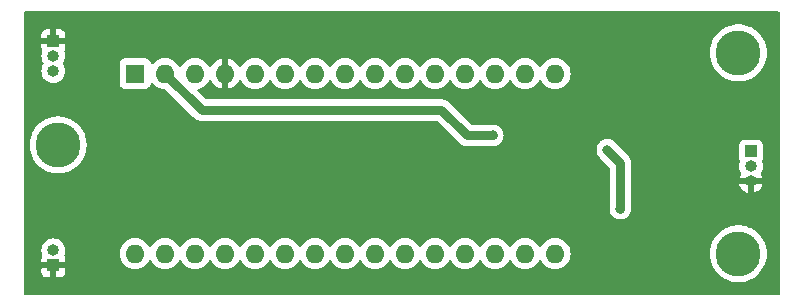
<source format=gbr>
%TF.GenerationSoftware,KiCad,Pcbnew,7.0.0-da2b9df05c~163~ubuntu22.04.1*%
%TF.CreationDate,2023-03-09T00:12:33+01:00*%
%TF.ProjectId,Boite,426f6974-652e-46b6-9963-61645f706362,rev?*%
%TF.SameCoordinates,Original*%
%TF.FileFunction,Copper,L2,Bot*%
%TF.FilePolarity,Positive*%
%FSLAX46Y46*%
G04 Gerber Fmt 4.6, Leading zero omitted, Abs format (unit mm)*
G04 Created by KiCad (PCBNEW 7.0.0-da2b9df05c~163~ubuntu22.04.1) date 2023-03-09 00:12:33*
%MOMM*%
%LPD*%
G01*
G04 APERTURE LIST*
%TA.AperFunction,ComponentPad*%
%ADD10C,3.800000*%
%TD*%
%TA.AperFunction,ComponentPad*%
%ADD11R,1.000000X1.000000*%
%TD*%
%TA.AperFunction,ComponentPad*%
%ADD12O,1.000000X1.000000*%
%TD*%
%TA.AperFunction,ComponentPad*%
%ADD13R,1.600000X1.600000*%
%TD*%
%TA.AperFunction,ComponentPad*%
%ADD14O,1.600000X1.600000*%
%TD*%
%TA.AperFunction,ViaPad*%
%ADD15C,0.800000*%
%TD*%
%TA.AperFunction,ViaPad*%
%ADD16C,1.000000*%
%TD*%
%TA.AperFunction,Conductor*%
%ADD17C,0.800000*%
%TD*%
G04 APERTURE END LIST*
D10*
%TO.P,REF\u002A\u002A,1*%
%TO.N,N/C*%
X111000000Y-71000000D03*
%TD*%
%TO.P,REF\u002A\u002A,1*%
%TO.N,N/C*%
X111000000Y-54000000D03*
%TD*%
%TO.P,REF\u002A\u002A,1*%
%TO.N,N/C*%
X53400000Y-61800000D03*
%TD*%
D11*
%TO.P,J2,1,Pin_1*%
%TO.N,Net-(J2-Pad1)*%
X112049999Y-62349999D03*
D12*
%TO.P,J2,2,Pin_2*%
%TO.N,Net-(J2-Pad2)*%
X112049999Y-63619999D03*
%TO.P,J2,3,Pin_3*%
%TO.N,Earth*%
X112049999Y-64889999D03*
%TD*%
D11*
%TO.P,J3,1,Pin_1*%
%TO.N,Earth*%
X52999999Y-71999999D03*
D12*
%TO.P,J3,2,Pin_2*%
%TO.N,VCC*%
X52999999Y-70729999D03*
%TD*%
D11*
%TO.P,J1,1,Pin_1*%
%TO.N,Earth*%
X52999999Y-52999999D03*
D12*
%TO.P,J1,2,Pin_2*%
%TO.N,Net-(A3-Pad6)*%
X52999999Y-54269999D03*
%TO.P,J1,3,Pin_3*%
%TO.N,VCC*%
X52999999Y-55539999D03*
%TD*%
D13*
%TO.P,A3,1,D1/TX*%
%TO.N,unconnected-(A3-Pad1)*%
X59919999Y-55759999D03*
D14*
%TO.P,A3,2,D0/RX*%
%TO.N,Net-(A3-Pad2)*%
X62459999Y-55759999D03*
%TO.P,A3,3,~{RESET}*%
%TO.N,unconnected-(A3-Pad3)*%
X64999999Y-55759999D03*
%TO.P,A3,4,GND*%
%TO.N,Earth*%
X67539999Y-55759999D03*
%TO.P,A3,5,D2*%
%TO.N,unconnected-(A3-Pad5)*%
X70079999Y-55759999D03*
%TO.P,A3,6,D3*%
%TO.N,Net-(A3-Pad6)*%
X72619999Y-55759999D03*
%TO.P,A3,7,D4*%
%TO.N,unconnected-(A3-Pad7)*%
X75159999Y-55759999D03*
%TO.P,A3,8,D5*%
%TO.N,unconnected-(A3-Pad8)*%
X77699999Y-55759999D03*
%TO.P,A3,9,D6*%
%TO.N,unconnected-(A3-Pad9)*%
X80239999Y-55759999D03*
%TO.P,A3,10,D7*%
%TO.N,unconnected-(A3-Pad10)*%
X82779999Y-55759999D03*
%TO.P,A3,11,D8*%
%TO.N,unconnected-(A3-Pad11)*%
X85319999Y-55759999D03*
%TO.P,A3,12,D9*%
%TO.N,unconnected-(A3-Pad12)*%
X87859999Y-55759999D03*
%TO.P,A3,13,D10*%
%TO.N,unconnected-(A3-Pad13)*%
X90399999Y-55759999D03*
%TO.P,A3,14,D11*%
%TO.N,unconnected-(A3-Pad14)*%
X92939999Y-55759999D03*
%TO.P,A3,15,D12*%
%TO.N,unconnected-(A3-Pad15)*%
X95479999Y-55759999D03*
%TO.P,A3,16,D13*%
%TO.N,unconnected-(A3-Pad16)*%
X95479999Y-70999999D03*
%TO.P,A3,17,3V3*%
%TO.N,unconnected-(A3-Pad17)*%
X92939999Y-70999999D03*
%TO.P,A3,18,AREF*%
%TO.N,unconnected-(A3-Pad18)*%
X90399999Y-70999999D03*
%TO.P,A3,19,A0*%
%TO.N,unconnected-(A3-Pad19)*%
X87859999Y-70999999D03*
%TO.P,A3,20,A1*%
%TO.N,unconnected-(A3-Pad20)*%
X85319999Y-70999999D03*
%TO.P,A3,21,A2*%
%TO.N,unconnected-(A3-Pad21)*%
X82779999Y-70999999D03*
%TO.P,A3,22,A3*%
%TO.N,unconnected-(A3-Pad22)*%
X80239999Y-70999999D03*
%TO.P,A3,23,A4*%
%TO.N,unconnected-(A3-Pad23)*%
X77699999Y-70999999D03*
%TO.P,A3,24,A5*%
%TO.N,unconnected-(A3-Pad24)*%
X75159999Y-70999999D03*
%TO.P,A3,25,A6*%
%TO.N,unconnected-(A3-Pad25)*%
X72619999Y-70999999D03*
%TO.P,A3,26,A7*%
%TO.N,unconnected-(A3-Pad26)*%
X70079999Y-70999999D03*
%TO.P,A3,27,+5V*%
%TO.N,unconnected-(A3-Pad27)*%
X67539999Y-70999999D03*
%TO.P,A3,28,~{RESET}*%
%TO.N,unconnected-(A3-Pad28)*%
X64999999Y-70999999D03*
%TO.P,A3,29,GND*%
%TO.N,unconnected-(A3-Pad29)*%
X62459999Y-70999999D03*
%TO.P,A3,30,VIN*%
%TO.N,VCC*%
X59919999Y-70999999D03*
%TD*%
D15*
%TO.N,Net-(A3-Pad2)*%
X90200000Y-61000000D03*
%TO.N,VCC*%
X101000000Y-67200000D03*
X99900000Y-62200000D03*
D16*
%TO.N,Earth*%
X102000000Y-59800000D03*
X89400000Y-65800000D03*
X97000000Y-67800000D03*
X97500000Y-60049500D03*
%TD*%
D17*
%TO.N,Net-(A3-Pad2)*%
X90200000Y-61000000D02*
X88000000Y-61000000D01*
X88000000Y-61000000D02*
X85850000Y-58850000D01*
X85850000Y-58850000D02*
X65550000Y-58850000D01*
X65550000Y-58850000D02*
X62460000Y-55760000D01*
%TO.N,VCC*%
X101000000Y-67200000D02*
X101000000Y-63300000D01*
X101000000Y-63300000D02*
X99900000Y-62200000D01*
%TD*%
%TA.AperFunction,Conductor*%
%TO.N,Earth*%
G36*
X114437000Y-50516881D02*
G01*
X114483119Y-50563000D01*
X114500000Y-50626000D01*
X114500000Y-74374000D01*
X114483119Y-74437000D01*
X114437000Y-74483119D01*
X114374000Y-74500000D01*
X50626000Y-74500000D01*
X50563000Y-74483119D01*
X50516881Y-74437000D01*
X50500000Y-74374000D01*
X50500000Y-72545223D01*
X51992000Y-72545223D01*
X51992359Y-72551938D01*
X51997662Y-72601257D01*
X52001259Y-72616478D01*
X52046405Y-72737519D01*
X52054954Y-72753175D01*
X52131697Y-72855692D01*
X52144307Y-72868302D01*
X52246824Y-72945045D01*
X52262480Y-72953594D01*
X52383521Y-72998740D01*
X52398742Y-73002337D01*
X52448061Y-73007640D01*
X52454777Y-73008000D01*
X52729410Y-73008000D01*
X52742493Y-73004493D01*
X52746000Y-72991410D01*
X53254000Y-72991410D01*
X53257506Y-73004493D01*
X53270590Y-73008000D01*
X53545223Y-73008000D01*
X53551938Y-73007640D01*
X53601257Y-73002337D01*
X53616478Y-72998740D01*
X53737519Y-72953594D01*
X53753175Y-72945045D01*
X53855692Y-72868302D01*
X53868302Y-72855692D01*
X53945045Y-72753175D01*
X53953594Y-72737519D01*
X53998740Y-72616478D01*
X54002337Y-72601257D01*
X54007640Y-72551938D01*
X54008000Y-72545223D01*
X54008000Y-72270590D01*
X54004493Y-72257506D01*
X53991410Y-72254000D01*
X53270590Y-72254000D01*
X53257506Y-72257506D01*
X53254000Y-72270590D01*
X53254000Y-72991410D01*
X52746000Y-72991410D01*
X52746000Y-72270590D01*
X52742493Y-72257506D01*
X52729410Y-72254000D01*
X52008590Y-72254000D01*
X51995506Y-72257506D01*
X51992000Y-72270590D01*
X51992000Y-72545223D01*
X50500000Y-72545223D01*
X50500000Y-70730000D01*
X51986620Y-70730000D01*
X51987227Y-70736163D01*
X52005484Y-70921538D01*
X52005485Y-70921547D01*
X52006092Y-70927701D01*
X52007887Y-70933619D01*
X52007888Y-70933623D01*
X52029224Y-71003958D01*
X52063759Y-71117804D01*
X52066678Y-71123266D01*
X52067991Y-71126434D01*
X52076602Y-71190354D01*
X52057407Y-71237896D01*
X52059273Y-71238915D01*
X52046404Y-71262482D01*
X52001259Y-71383521D01*
X51997662Y-71398742D01*
X51992359Y-71448061D01*
X51992000Y-71454777D01*
X51992000Y-71729410D01*
X51995506Y-71742493D01*
X52008590Y-71746000D01*
X53991410Y-71746000D01*
X54004493Y-71742493D01*
X54008000Y-71729410D01*
X54008000Y-71454777D01*
X54007640Y-71448061D01*
X54002337Y-71398742D01*
X53998740Y-71383521D01*
X53953594Y-71262480D01*
X53940727Y-71238915D01*
X53942593Y-71237895D01*
X53923398Y-71190361D01*
X53932008Y-71126437D01*
X53933320Y-71123267D01*
X53936241Y-71117804D01*
X53971976Y-71000000D01*
X58606502Y-71000000D01*
X58606981Y-71005475D01*
X58623155Y-71190354D01*
X58626457Y-71228087D01*
X58685716Y-71449243D01*
X58688038Y-71454223D01*
X58688039Y-71454225D01*
X58743236Y-71572595D01*
X58782477Y-71656749D01*
X58785630Y-71661252D01*
X58785633Y-71661257D01*
X58789123Y-71666241D01*
X58913802Y-71844300D01*
X59075700Y-72006198D01*
X59263251Y-72137523D01*
X59470757Y-72234284D01*
X59691913Y-72293543D01*
X59920000Y-72313498D01*
X60148087Y-72293543D01*
X60369243Y-72234284D01*
X60576749Y-72137523D01*
X60764300Y-72006198D01*
X60926198Y-71844300D01*
X61057523Y-71656749D01*
X61075804Y-71617543D01*
X61122300Y-71564525D01*
X61190000Y-71544792D01*
X61257700Y-71564525D01*
X61304195Y-71617543D01*
X61320149Y-71651758D01*
X61320151Y-71651761D01*
X61322477Y-71656749D01*
X61325630Y-71661252D01*
X61325633Y-71661257D01*
X61329123Y-71666241D01*
X61453802Y-71844300D01*
X61615700Y-72006198D01*
X61803251Y-72137523D01*
X62010757Y-72234284D01*
X62231913Y-72293543D01*
X62460000Y-72313498D01*
X62688087Y-72293543D01*
X62909243Y-72234284D01*
X63116749Y-72137523D01*
X63304300Y-72006198D01*
X63466198Y-71844300D01*
X63597523Y-71656749D01*
X63615804Y-71617543D01*
X63662300Y-71564525D01*
X63730000Y-71544792D01*
X63797700Y-71564525D01*
X63844195Y-71617543D01*
X63860149Y-71651758D01*
X63860151Y-71651761D01*
X63862477Y-71656749D01*
X63865630Y-71661252D01*
X63865633Y-71661257D01*
X63869123Y-71666241D01*
X63993802Y-71844300D01*
X64155700Y-72006198D01*
X64343251Y-72137523D01*
X64550757Y-72234284D01*
X64771913Y-72293543D01*
X65000000Y-72313498D01*
X65228087Y-72293543D01*
X65449243Y-72234284D01*
X65656749Y-72137523D01*
X65844300Y-72006198D01*
X66006198Y-71844300D01*
X66137523Y-71656749D01*
X66155804Y-71617543D01*
X66202300Y-71564525D01*
X66270000Y-71544792D01*
X66337700Y-71564525D01*
X66384195Y-71617543D01*
X66400149Y-71651758D01*
X66400151Y-71651761D01*
X66402477Y-71656749D01*
X66405630Y-71661252D01*
X66405633Y-71661257D01*
X66409123Y-71666241D01*
X66533802Y-71844300D01*
X66695700Y-72006198D01*
X66883251Y-72137523D01*
X67090757Y-72234284D01*
X67311913Y-72293543D01*
X67540000Y-72313498D01*
X67768087Y-72293543D01*
X67989243Y-72234284D01*
X68196749Y-72137523D01*
X68384300Y-72006198D01*
X68546198Y-71844300D01*
X68677523Y-71656749D01*
X68695804Y-71617543D01*
X68742300Y-71564525D01*
X68810000Y-71544792D01*
X68877700Y-71564525D01*
X68924195Y-71617543D01*
X68940149Y-71651758D01*
X68940151Y-71651761D01*
X68942477Y-71656749D01*
X68945630Y-71661252D01*
X68945633Y-71661257D01*
X68949123Y-71666241D01*
X69073802Y-71844300D01*
X69235700Y-72006198D01*
X69423251Y-72137523D01*
X69630757Y-72234284D01*
X69851913Y-72293543D01*
X70080000Y-72313498D01*
X70308087Y-72293543D01*
X70529243Y-72234284D01*
X70736749Y-72137523D01*
X70924300Y-72006198D01*
X71086198Y-71844300D01*
X71217523Y-71656749D01*
X71235804Y-71617543D01*
X71282300Y-71564525D01*
X71350000Y-71544792D01*
X71417700Y-71564525D01*
X71464195Y-71617543D01*
X71480149Y-71651758D01*
X71480151Y-71651761D01*
X71482477Y-71656749D01*
X71485630Y-71661252D01*
X71485633Y-71661257D01*
X71489123Y-71666241D01*
X71613802Y-71844300D01*
X71775700Y-72006198D01*
X71963251Y-72137523D01*
X72170757Y-72234284D01*
X72391913Y-72293543D01*
X72620000Y-72313498D01*
X72848087Y-72293543D01*
X73069243Y-72234284D01*
X73276749Y-72137523D01*
X73464300Y-72006198D01*
X73626198Y-71844300D01*
X73757523Y-71656749D01*
X73775804Y-71617543D01*
X73822300Y-71564525D01*
X73890000Y-71544792D01*
X73957700Y-71564525D01*
X74004195Y-71617543D01*
X74020149Y-71651758D01*
X74020151Y-71651761D01*
X74022477Y-71656749D01*
X74025630Y-71661252D01*
X74025633Y-71661257D01*
X74029123Y-71666241D01*
X74153802Y-71844300D01*
X74315700Y-72006198D01*
X74503251Y-72137523D01*
X74710757Y-72234284D01*
X74931913Y-72293543D01*
X75160000Y-72313498D01*
X75388087Y-72293543D01*
X75609243Y-72234284D01*
X75816749Y-72137523D01*
X76004300Y-72006198D01*
X76166198Y-71844300D01*
X76297523Y-71656749D01*
X76315804Y-71617543D01*
X76362300Y-71564525D01*
X76430000Y-71544792D01*
X76497700Y-71564525D01*
X76544195Y-71617543D01*
X76560149Y-71651758D01*
X76560151Y-71651761D01*
X76562477Y-71656749D01*
X76565630Y-71661252D01*
X76565633Y-71661257D01*
X76569123Y-71666241D01*
X76693802Y-71844300D01*
X76855700Y-72006198D01*
X77043251Y-72137523D01*
X77250757Y-72234284D01*
X77471913Y-72293543D01*
X77700000Y-72313498D01*
X77928087Y-72293543D01*
X78149243Y-72234284D01*
X78356749Y-72137523D01*
X78544300Y-72006198D01*
X78706198Y-71844300D01*
X78837523Y-71656749D01*
X78855804Y-71617543D01*
X78902300Y-71564525D01*
X78970000Y-71544792D01*
X79037700Y-71564525D01*
X79084195Y-71617543D01*
X79100149Y-71651758D01*
X79100151Y-71651761D01*
X79102477Y-71656749D01*
X79105630Y-71661252D01*
X79105633Y-71661257D01*
X79109123Y-71666241D01*
X79233802Y-71844300D01*
X79395700Y-72006198D01*
X79583251Y-72137523D01*
X79790757Y-72234284D01*
X80011913Y-72293543D01*
X80240000Y-72313498D01*
X80468087Y-72293543D01*
X80689243Y-72234284D01*
X80896749Y-72137523D01*
X81084300Y-72006198D01*
X81246198Y-71844300D01*
X81377523Y-71656749D01*
X81395804Y-71617543D01*
X81442300Y-71564525D01*
X81510000Y-71544792D01*
X81577700Y-71564525D01*
X81624195Y-71617543D01*
X81640149Y-71651758D01*
X81640151Y-71651761D01*
X81642477Y-71656749D01*
X81645630Y-71661252D01*
X81645633Y-71661257D01*
X81649123Y-71666241D01*
X81773802Y-71844300D01*
X81935700Y-72006198D01*
X82123251Y-72137523D01*
X82330757Y-72234284D01*
X82551913Y-72293543D01*
X82780000Y-72313498D01*
X83008087Y-72293543D01*
X83229243Y-72234284D01*
X83436749Y-72137523D01*
X83624300Y-72006198D01*
X83786198Y-71844300D01*
X83917523Y-71656749D01*
X83935804Y-71617543D01*
X83982300Y-71564525D01*
X84050000Y-71544792D01*
X84117700Y-71564525D01*
X84164195Y-71617543D01*
X84180149Y-71651758D01*
X84180151Y-71651761D01*
X84182477Y-71656749D01*
X84185630Y-71661252D01*
X84185633Y-71661257D01*
X84189123Y-71666241D01*
X84313802Y-71844300D01*
X84475700Y-72006198D01*
X84663251Y-72137523D01*
X84870757Y-72234284D01*
X85091913Y-72293543D01*
X85320000Y-72313498D01*
X85548087Y-72293543D01*
X85769243Y-72234284D01*
X85976749Y-72137523D01*
X86164300Y-72006198D01*
X86326198Y-71844300D01*
X86457523Y-71656749D01*
X86475804Y-71617543D01*
X86522300Y-71564525D01*
X86590000Y-71544792D01*
X86657700Y-71564525D01*
X86704195Y-71617543D01*
X86720149Y-71651758D01*
X86720151Y-71651761D01*
X86722477Y-71656749D01*
X86725630Y-71661252D01*
X86725633Y-71661257D01*
X86729123Y-71666241D01*
X86853802Y-71844300D01*
X87015700Y-72006198D01*
X87203251Y-72137523D01*
X87410757Y-72234284D01*
X87631913Y-72293543D01*
X87860000Y-72313498D01*
X88088087Y-72293543D01*
X88309243Y-72234284D01*
X88516749Y-72137523D01*
X88704300Y-72006198D01*
X88866198Y-71844300D01*
X88997523Y-71656749D01*
X89015804Y-71617543D01*
X89062300Y-71564525D01*
X89130000Y-71544792D01*
X89197700Y-71564525D01*
X89244195Y-71617543D01*
X89260149Y-71651758D01*
X89260151Y-71651761D01*
X89262477Y-71656749D01*
X89265630Y-71661252D01*
X89265633Y-71661257D01*
X89269123Y-71666241D01*
X89393802Y-71844300D01*
X89555700Y-72006198D01*
X89743251Y-72137523D01*
X89950757Y-72234284D01*
X90171913Y-72293543D01*
X90400000Y-72313498D01*
X90628087Y-72293543D01*
X90849243Y-72234284D01*
X91056749Y-72137523D01*
X91244300Y-72006198D01*
X91406198Y-71844300D01*
X91537523Y-71656749D01*
X91555804Y-71617543D01*
X91602300Y-71564525D01*
X91670000Y-71544792D01*
X91737700Y-71564525D01*
X91784195Y-71617543D01*
X91800149Y-71651758D01*
X91800151Y-71651761D01*
X91802477Y-71656749D01*
X91805630Y-71661252D01*
X91805633Y-71661257D01*
X91809123Y-71666241D01*
X91933802Y-71844300D01*
X92095700Y-72006198D01*
X92283251Y-72137523D01*
X92490757Y-72234284D01*
X92711913Y-72293543D01*
X92940000Y-72313498D01*
X93168087Y-72293543D01*
X93389243Y-72234284D01*
X93596749Y-72137523D01*
X93784300Y-72006198D01*
X93946198Y-71844300D01*
X94077523Y-71656749D01*
X94095804Y-71617543D01*
X94142300Y-71564525D01*
X94210000Y-71544792D01*
X94277700Y-71564525D01*
X94324195Y-71617543D01*
X94340149Y-71651758D01*
X94340151Y-71651761D01*
X94342477Y-71656749D01*
X94345630Y-71661252D01*
X94345633Y-71661257D01*
X94349123Y-71666241D01*
X94473802Y-71844300D01*
X94635700Y-72006198D01*
X94823251Y-72137523D01*
X95030757Y-72234284D01*
X95251913Y-72293543D01*
X95480000Y-72313498D01*
X95708087Y-72293543D01*
X95929243Y-72234284D01*
X96136749Y-72137523D01*
X96324300Y-72006198D01*
X96486198Y-71844300D01*
X96617523Y-71656749D01*
X96714284Y-71449243D01*
X96773543Y-71228087D01*
X96793498Y-71000000D01*
X108586738Y-71000000D01*
X108586987Y-71003958D01*
X108605517Y-71298499D01*
X108605518Y-71298509D01*
X108605767Y-71302462D01*
X108606508Y-71306350D01*
X108606510Y-71306360D01*
X108661810Y-71596253D01*
X108661813Y-71596265D01*
X108662555Y-71600154D01*
X108663777Y-71603916D01*
X108663781Y-71603930D01*
X108709092Y-71743380D01*
X108756206Y-71888381D01*
X108885242Y-72162598D01*
X108931638Y-72235706D01*
X109045507Y-72415136D01*
X109045513Y-72415145D01*
X109047630Y-72418480D01*
X109240808Y-72651992D01*
X109461729Y-72859450D01*
X109464933Y-72861777D01*
X109464932Y-72861777D01*
X109665695Y-73007640D01*
X109706910Y-73037584D01*
X109972483Y-73183585D01*
X110254261Y-73295149D01*
X110547800Y-73370516D01*
X110848470Y-73408500D01*
X111147571Y-73408500D01*
X111151530Y-73408500D01*
X111452200Y-73370516D01*
X111745739Y-73295149D01*
X112027517Y-73183585D01*
X112293090Y-73037584D01*
X112538271Y-72859450D01*
X112759192Y-72651992D01*
X112952370Y-72418480D01*
X113114758Y-72162598D01*
X113243794Y-71888381D01*
X113337445Y-71600154D01*
X113394233Y-71302462D01*
X113413262Y-71000000D01*
X113394233Y-70697538D01*
X113337445Y-70399846D01*
X113320676Y-70348238D01*
X113311279Y-70319318D01*
X113243794Y-70111619D01*
X113114758Y-69837402D01*
X112952370Y-69581520D01*
X112759192Y-69348008D01*
X112538271Y-69140550D01*
X112535067Y-69138222D01*
X112296292Y-68964742D01*
X112296287Y-68964739D01*
X112293090Y-68962416D01*
X112289618Y-68960507D01*
X112030985Y-68818321D01*
X112030977Y-68818317D01*
X112027517Y-68816415D01*
X112008950Y-68809063D01*
X111749408Y-68706303D01*
X111749398Y-68706299D01*
X111745739Y-68704851D01*
X111720300Y-68698319D01*
X111456035Y-68630468D01*
X111456025Y-68630466D01*
X111452200Y-68629484D01*
X111448275Y-68628988D01*
X111448264Y-68628986D01*
X111155461Y-68591996D01*
X111155451Y-68591995D01*
X111151530Y-68591500D01*
X110848470Y-68591500D01*
X110844549Y-68591995D01*
X110844538Y-68591996D01*
X110551735Y-68628986D01*
X110551721Y-68628988D01*
X110547800Y-68629484D01*
X110543977Y-68630465D01*
X110543964Y-68630468D01*
X110258081Y-68703870D01*
X110258078Y-68703870D01*
X110254261Y-68704851D01*
X110250605Y-68706298D01*
X110250591Y-68706303D01*
X109976157Y-68814960D01*
X109976152Y-68814962D01*
X109972483Y-68816415D01*
X109969028Y-68818314D01*
X109969014Y-68818321D01*
X109710381Y-68960507D01*
X109710371Y-68960512D01*
X109706910Y-68962416D01*
X109703719Y-68964734D01*
X109703707Y-68964742D01*
X109464932Y-69138222D01*
X109464923Y-69138229D01*
X109461729Y-69140550D01*
X109458851Y-69143252D01*
X109458842Y-69143260D01*
X109243694Y-69345297D01*
X109243687Y-69345304D01*
X109240808Y-69348008D01*
X109238291Y-69351050D01*
X109238283Y-69351059D01*
X109050152Y-69578470D01*
X109050143Y-69578481D01*
X109047630Y-69581520D01*
X109045518Y-69584847D01*
X109045507Y-69584863D01*
X108911086Y-69796678D01*
X108885242Y-69837402D01*
X108883557Y-69840980D01*
X108883554Y-69840988D01*
X108757895Y-70108028D01*
X108757890Y-70108038D01*
X108756206Y-70111619D01*
X108754982Y-70115385D01*
X108754980Y-70115391D01*
X108663781Y-70396069D01*
X108663776Y-70396086D01*
X108662555Y-70399846D01*
X108661814Y-70403730D01*
X108661810Y-70403746D01*
X108606510Y-70693639D01*
X108606508Y-70693651D01*
X108605767Y-70697538D01*
X108605518Y-70701488D01*
X108605517Y-70701500D01*
X108590914Y-70933623D01*
X108586738Y-71000000D01*
X96793498Y-71000000D01*
X96773543Y-70771913D01*
X96714284Y-70550757D01*
X96617523Y-70343251D01*
X96486198Y-70155700D01*
X96324300Y-69993802D01*
X96172350Y-69887405D01*
X96141257Y-69865633D01*
X96141252Y-69865630D01*
X96136749Y-69862477D01*
X96131761Y-69860151D01*
X95934225Y-69768039D01*
X95934223Y-69768038D01*
X95929243Y-69765716D01*
X95708087Y-69706457D01*
X95702611Y-69705977D01*
X95702606Y-69705977D01*
X95485475Y-69686981D01*
X95480000Y-69686502D01*
X95474525Y-69686981D01*
X95257393Y-69705977D01*
X95257386Y-69705978D01*
X95251913Y-69706457D01*
X95246599Y-69707880D01*
X95246598Y-69707881D01*
X95036067Y-69764293D01*
X95036065Y-69764293D01*
X95030757Y-69765716D01*
X95025779Y-69768036D01*
X95025774Y-69768039D01*
X94828238Y-69860151D01*
X94828233Y-69860153D01*
X94823251Y-69862477D01*
X94818752Y-69865627D01*
X94818742Y-69865633D01*
X94640211Y-69990643D01*
X94640208Y-69990645D01*
X94635700Y-69993802D01*
X94631808Y-69997693D01*
X94631802Y-69997699D01*
X94477699Y-70151802D01*
X94477693Y-70151808D01*
X94473802Y-70155700D01*
X94470645Y-70160208D01*
X94470643Y-70160211D01*
X94345633Y-70338742D01*
X94345627Y-70338752D01*
X94342477Y-70343251D01*
X94340153Y-70348233D01*
X94340151Y-70348238D01*
X94324195Y-70382457D01*
X94277700Y-70435474D01*
X94210000Y-70455207D01*
X94142300Y-70435474D01*
X94095805Y-70382457D01*
X94079849Y-70348240D01*
X94077523Y-70343251D01*
X93946198Y-70155700D01*
X93784300Y-69993802D01*
X93632350Y-69887405D01*
X93601257Y-69865633D01*
X93601252Y-69865630D01*
X93596749Y-69862477D01*
X93591761Y-69860151D01*
X93394225Y-69768039D01*
X93394223Y-69768038D01*
X93389243Y-69765716D01*
X93168087Y-69706457D01*
X93162611Y-69705977D01*
X93162606Y-69705977D01*
X92945475Y-69686981D01*
X92940000Y-69686502D01*
X92934525Y-69686981D01*
X92717393Y-69705977D01*
X92717386Y-69705978D01*
X92711913Y-69706457D01*
X92706599Y-69707880D01*
X92706598Y-69707881D01*
X92496067Y-69764293D01*
X92496065Y-69764293D01*
X92490757Y-69765716D01*
X92485779Y-69768036D01*
X92485774Y-69768039D01*
X92288238Y-69860151D01*
X92288233Y-69860153D01*
X92283251Y-69862477D01*
X92278752Y-69865627D01*
X92278742Y-69865633D01*
X92100211Y-69990643D01*
X92100208Y-69990645D01*
X92095700Y-69993802D01*
X92091808Y-69997693D01*
X92091802Y-69997699D01*
X91937699Y-70151802D01*
X91937693Y-70151808D01*
X91933802Y-70155700D01*
X91930645Y-70160208D01*
X91930643Y-70160211D01*
X91805633Y-70338742D01*
X91805627Y-70338752D01*
X91802477Y-70343251D01*
X91800153Y-70348233D01*
X91800151Y-70348238D01*
X91784195Y-70382457D01*
X91737700Y-70435474D01*
X91670000Y-70455207D01*
X91602300Y-70435474D01*
X91555805Y-70382457D01*
X91539849Y-70348240D01*
X91537523Y-70343251D01*
X91406198Y-70155700D01*
X91244300Y-69993802D01*
X91092350Y-69887405D01*
X91061257Y-69865633D01*
X91061252Y-69865630D01*
X91056749Y-69862477D01*
X91051761Y-69860151D01*
X90854225Y-69768039D01*
X90854223Y-69768038D01*
X90849243Y-69765716D01*
X90628087Y-69706457D01*
X90622611Y-69705977D01*
X90622606Y-69705977D01*
X90405475Y-69686981D01*
X90400000Y-69686502D01*
X90394525Y-69686981D01*
X90177393Y-69705977D01*
X90177386Y-69705978D01*
X90171913Y-69706457D01*
X90166599Y-69707880D01*
X90166598Y-69707881D01*
X89956067Y-69764293D01*
X89956065Y-69764293D01*
X89950757Y-69765716D01*
X89945779Y-69768036D01*
X89945774Y-69768039D01*
X89748238Y-69860151D01*
X89748233Y-69860153D01*
X89743251Y-69862477D01*
X89738752Y-69865627D01*
X89738742Y-69865633D01*
X89560211Y-69990643D01*
X89560208Y-69990645D01*
X89555700Y-69993802D01*
X89551808Y-69997693D01*
X89551802Y-69997699D01*
X89397699Y-70151802D01*
X89397693Y-70151808D01*
X89393802Y-70155700D01*
X89390645Y-70160208D01*
X89390643Y-70160211D01*
X89265633Y-70338742D01*
X89265627Y-70338752D01*
X89262477Y-70343251D01*
X89260153Y-70348233D01*
X89260151Y-70348238D01*
X89244195Y-70382457D01*
X89197700Y-70435474D01*
X89130000Y-70455207D01*
X89062300Y-70435474D01*
X89015805Y-70382457D01*
X88999849Y-70348240D01*
X88997523Y-70343251D01*
X88866198Y-70155700D01*
X88704300Y-69993802D01*
X88552350Y-69887405D01*
X88521257Y-69865633D01*
X88521252Y-69865630D01*
X88516749Y-69862477D01*
X88511761Y-69860151D01*
X88314225Y-69768039D01*
X88314223Y-69768038D01*
X88309243Y-69765716D01*
X88088087Y-69706457D01*
X88082611Y-69705977D01*
X88082606Y-69705977D01*
X87865475Y-69686981D01*
X87860000Y-69686502D01*
X87854525Y-69686981D01*
X87637393Y-69705977D01*
X87637386Y-69705978D01*
X87631913Y-69706457D01*
X87626599Y-69707880D01*
X87626598Y-69707881D01*
X87416067Y-69764293D01*
X87416065Y-69764293D01*
X87410757Y-69765716D01*
X87405779Y-69768036D01*
X87405774Y-69768039D01*
X87208238Y-69860151D01*
X87208233Y-69860153D01*
X87203251Y-69862477D01*
X87198752Y-69865627D01*
X87198742Y-69865633D01*
X87020211Y-69990643D01*
X87020208Y-69990645D01*
X87015700Y-69993802D01*
X87011808Y-69997693D01*
X87011802Y-69997699D01*
X86857699Y-70151802D01*
X86857693Y-70151808D01*
X86853802Y-70155700D01*
X86850645Y-70160208D01*
X86850643Y-70160211D01*
X86725633Y-70338742D01*
X86725627Y-70338752D01*
X86722477Y-70343251D01*
X86720153Y-70348233D01*
X86720151Y-70348238D01*
X86704195Y-70382457D01*
X86657700Y-70435474D01*
X86590000Y-70455207D01*
X86522300Y-70435474D01*
X86475805Y-70382457D01*
X86459849Y-70348240D01*
X86457523Y-70343251D01*
X86326198Y-70155700D01*
X86164300Y-69993802D01*
X86012350Y-69887405D01*
X85981257Y-69865633D01*
X85981252Y-69865630D01*
X85976749Y-69862477D01*
X85971761Y-69860151D01*
X85774225Y-69768039D01*
X85774223Y-69768038D01*
X85769243Y-69765716D01*
X85548087Y-69706457D01*
X85542611Y-69705977D01*
X85542606Y-69705977D01*
X85325475Y-69686981D01*
X85320000Y-69686502D01*
X85314525Y-69686981D01*
X85097393Y-69705977D01*
X85097386Y-69705978D01*
X85091913Y-69706457D01*
X85086599Y-69707880D01*
X85086598Y-69707881D01*
X84876067Y-69764293D01*
X84876065Y-69764293D01*
X84870757Y-69765716D01*
X84865779Y-69768036D01*
X84865774Y-69768039D01*
X84668238Y-69860151D01*
X84668233Y-69860153D01*
X84663251Y-69862477D01*
X84658752Y-69865627D01*
X84658742Y-69865633D01*
X84480211Y-69990643D01*
X84480208Y-69990645D01*
X84475700Y-69993802D01*
X84471808Y-69997693D01*
X84471802Y-69997699D01*
X84317699Y-70151802D01*
X84317693Y-70151808D01*
X84313802Y-70155700D01*
X84310645Y-70160208D01*
X84310643Y-70160211D01*
X84185633Y-70338742D01*
X84185627Y-70338752D01*
X84182477Y-70343251D01*
X84180153Y-70348233D01*
X84180151Y-70348238D01*
X84164195Y-70382457D01*
X84117700Y-70435474D01*
X84050000Y-70455207D01*
X83982300Y-70435474D01*
X83935805Y-70382457D01*
X83919849Y-70348240D01*
X83917523Y-70343251D01*
X83786198Y-70155700D01*
X83624300Y-69993802D01*
X83472350Y-69887405D01*
X83441257Y-69865633D01*
X83441252Y-69865630D01*
X83436749Y-69862477D01*
X83431761Y-69860151D01*
X83234225Y-69768039D01*
X83234223Y-69768038D01*
X83229243Y-69765716D01*
X83008087Y-69706457D01*
X83002611Y-69705977D01*
X83002606Y-69705977D01*
X82785475Y-69686981D01*
X82780000Y-69686502D01*
X82774525Y-69686981D01*
X82557393Y-69705977D01*
X82557386Y-69705978D01*
X82551913Y-69706457D01*
X82546599Y-69707880D01*
X82546598Y-69707881D01*
X82336067Y-69764293D01*
X82336065Y-69764293D01*
X82330757Y-69765716D01*
X82325779Y-69768036D01*
X82325774Y-69768039D01*
X82128238Y-69860151D01*
X82128233Y-69860153D01*
X82123251Y-69862477D01*
X82118752Y-69865627D01*
X82118742Y-69865633D01*
X81940211Y-69990643D01*
X81940208Y-69990645D01*
X81935700Y-69993802D01*
X81931808Y-69997693D01*
X81931802Y-69997699D01*
X81777699Y-70151802D01*
X81777693Y-70151808D01*
X81773802Y-70155700D01*
X81770645Y-70160208D01*
X81770643Y-70160211D01*
X81645633Y-70338742D01*
X81645627Y-70338752D01*
X81642477Y-70343251D01*
X81640153Y-70348233D01*
X81640151Y-70348238D01*
X81624195Y-70382457D01*
X81577700Y-70435474D01*
X81510000Y-70455207D01*
X81442300Y-70435474D01*
X81395805Y-70382457D01*
X81379849Y-70348240D01*
X81377523Y-70343251D01*
X81246198Y-70155700D01*
X81084300Y-69993802D01*
X80932350Y-69887405D01*
X80901257Y-69865633D01*
X80901252Y-69865630D01*
X80896749Y-69862477D01*
X80891761Y-69860151D01*
X80694225Y-69768039D01*
X80694223Y-69768038D01*
X80689243Y-69765716D01*
X80468087Y-69706457D01*
X80462611Y-69705977D01*
X80462606Y-69705977D01*
X80245475Y-69686981D01*
X80240000Y-69686502D01*
X80234525Y-69686981D01*
X80017393Y-69705977D01*
X80017386Y-69705978D01*
X80011913Y-69706457D01*
X80006599Y-69707880D01*
X80006598Y-69707881D01*
X79796067Y-69764293D01*
X79796065Y-69764293D01*
X79790757Y-69765716D01*
X79785779Y-69768036D01*
X79785774Y-69768039D01*
X79588238Y-69860151D01*
X79588233Y-69860153D01*
X79583251Y-69862477D01*
X79578752Y-69865627D01*
X79578742Y-69865633D01*
X79400211Y-69990643D01*
X79400208Y-69990645D01*
X79395700Y-69993802D01*
X79391808Y-69997693D01*
X79391802Y-69997699D01*
X79237699Y-70151802D01*
X79237693Y-70151808D01*
X79233802Y-70155700D01*
X79230645Y-70160208D01*
X79230643Y-70160211D01*
X79105633Y-70338742D01*
X79105627Y-70338752D01*
X79102477Y-70343251D01*
X79100153Y-70348233D01*
X79100151Y-70348238D01*
X79084195Y-70382457D01*
X79037700Y-70435474D01*
X78970000Y-70455207D01*
X78902300Y-70435474D01*
X78855805Y-70382457D01*
X78839849Y-70348240D01*
X78837523Y-70343251D01*
X78706198Y-70155700D01*
X78544300Y-69993802D01*
X78392350Y-69887405D01*
X78361257Y-69865633D01*
X78361252Y-69865630D01*
X78356749Y-69862477D01*
X78351761Y-69860151D01*
X78154225Y-69768039D01*
X78154223Y-69768038D01*
X78149243Y-69765716D01*
X77928087Y-69706457D01*
X77922611Y-69705977D01*
X77922606Y-69705977D01*
X77705475Y-69686981D01*
X77700000Y-69686502D01*
X77694525Y-69686981D01*
X77477393Y-69705977D01*
X77477386Y-69705978D01*
X77471913Y-69706457D01*
X77466599Y-69707880D01*
X77466598Y-69707881D01*
X77256067Y-69764293D01*
X77256065Y-69764293D01*
X77250757Y-69765716D01*
X77245779Y-69768036D01*
X77245774Y-69768039D01*
X77048238Y-69860151D01*
X77048233Y-69860153D01*
X77043251Y-69862477D01*
X77038752Y-69865627D01*
X77038742Y-69865633D01*
X76860211Y-69990643D01*
X76860208Y-69990645D01*
X76855700Y-69993802D01*
X76851808Y-69997693D01*
X76851802Y-69997699D01*
X76697699Y-70151802D01*
X76697693Y-70151808D01*
X76693802Y-70155700D01*
X76690645Y-70160208D01*
X76690643Y-70160211D01*
X76565633Y-70338742D01*
X76565627Y-70338752D01*
X76562477Y-70343251D01*
X76560153Y-70348233D01*
X76560151Y-70348238D01*
X76544195Y-70382457D01*
X76497700Y-70435474D01*
X76430000Y-70455207D01*
X76362300Y-70435474D01*
X76315805Y-70382457D01*
X76299849Y-70348240D01*
X76297523Y-70343251D01*
X76166198Y-70155700D01*
X76004300Y-69993802D01*
X75852350Y-69887405D01*
X75821257Y-69865633D01*
X75821252Y-69865630D01*
X75816749Y-69862477D01*
X75811761Y-69860151D01*
X75614225Y-69768039D01*
X75614223Y-69768038D01*
X75609243Y-69765716D01*
X75388087Y-69706457D01*
X75382611Y-69705977D01*
X75382606Y-69705977D01*
X75165475Y-69686981D01*
X75160000Y-69686502D01*
X75154525Y-69686981D01*
X74937393Y-69705977D01*
X74937386Y-69705978D01*
X74931913Y-69706457D01*
X74926599Y-69707880D01*
X74926598Y-69707881D01*
X74716067Y-69764293D01*
X74716065Y-69764293D01*
X74710757Y-69765716D01*
X74705779Y-69768036D01*
X74705774Y-69768039D01*
X74508238Y-69860151D01*
X74508233Y-69860153D01*
X74503251Y-69862477D01*
X74498752Y-69865627D01*
X74498742Y-69865633D01*
X74320211Y-69990643D01*
X74320208Y-69990645D01*
X74315700Y-69993802D01*
X74311808Y-69997693D01*
X74311802Y-69997699D01*
X74157699Y-70151802D01*
X74157693Y-70151808D01*
X74153802Y-70155700D01*
X74150645Y-70160208D01*
X74150643Y-70160211D01*
X74025633Y-70338742D01*
X74025627Y-70338752D01*
X74022477Y-70343251D01*
X74020153Y-70348233D01*
X74020151Y-70348238D01*
X74004195Y-70382457D01*
X73957700Y-70435474D01*
X73890000Y-70455207D01*
X73822300Y-70435474D01*
X73775805Y-70382457D01*
X73759849Y-70348240D01*
X73757523Y-70343251D01*
X73626198Y-70155700D01*
X73464300Y-69993802D01*
X73312350Y-69887405D01*
X73281257Y-69865633D01*
X73281252Y-69865630D01*
X73276749Y-69862477D01*
X73271761Y-69860151D01*
X73074225Y-69768039D01*
X73074223Y-69768038D01*
X73069243Y-69765716D01*
X72848087Y-69706457D01*
X72842611Y-69705977D01*
X72842606Y-69705977D01*
X72625475Y-69686981D01*
X72620000Y-69686502D01*
X72614525Y-69686981D01*
X72397393Y-69705977D01*
X72397386Y-69705978D01*
X72391913Y-69706457D01*
X72386599Y-69707880D01*
X72386598Y-69707881D01*
X72176067Y-69764293D01*
X72176065Y-69764293D01*
X72170757Y-69765716D01*
X72165779Y-69768036D01*
X72165774Y-69768039D01*
X71968238Y-69860151D01*
X71968233Y-69860153D01*
X71963251Y-69862477D01*
X71958752Y-69865627D01*
X71958742Y-69865633D01*
X71780211Y-69990643D01*
X71780208Y-69990645D01*
X71775700Y-69993802D01*
X71771808Y-69997693D01*
X71771802Y-69997699D01*
X71617699Y-70151802D01*
X71617693Y-70151808D01*
X71613802Y-70155700D01*
X71610645Y-70160208D01*
X71610643Y-70160211D01*
X71485633Y-70338742D01*
X71485627Y-70338752D01*
X71482477Y-70343251D01*
X71480153Y-70348233D01*
X71480151Y-70348238D01*
X71464195Y-70382457D01*
X71417700Y-70435474D01*
X71350000Y-70455207D01*
X71282300Y-70435474D01*
X71235805Y-70382457D01*
X71219849Y-70348240D01*
X71217523Y-70343251D01*
X71086198Y-70155700D01*
X70924300Y-69993802D01*
X70772350Y-69887405D01*
X70741257Y-69865633D01*
X70741252Y-69865630D01*
X70736749Y-69862477D01*
X70731761Y-69860151D01*
X70534225Y-69768039D01*
X70534223Y-69768038D01*
X70529243Y-69765716D01*
X70308087Y-69706457D01*
X70302611Y-69705977D01*
X70302606Y-69705977D01*
X70085475Y-69686981D01*
X70080000Y-69686502D01*
X70074525Y-69686981D01*
X69857393Y-69705977D01*
X69857386Y-69705978D01*
X69851913Y-69706457D01*
X69846599Y-69707880D01*
X69846598Y-69707881D01*
X69636067Y-69764293D01*
X69636065Y-69764293D01*
X69630757Y-69765716D01*
X69625779Y-69768036D01*
X69625774Y-69768039D01*
X69428238Y-69860151D01*
X69428233Y-69860153D01*
X69423251Y-69862477D01*
X69418752Y-69865627D01*
X69418742Y-69865633D01*
X69240211Y-69990643D01*
X69240208Y-69990645D01*
X69235700Y-69993802D01*
X69231808Y-69997693D01*
X69231802Y-69997699D01*
X69077699Y-70151802D01*
X69077693Y-70151808D01*
X69073802Y-70155700D01*
X69070645Y-70160208D01*
X69070643Y-70160211D01*
X68945633Y-70338742D01*
X68945627Y-70338752D01*
X68942477Y-70343251D01*
X68940153Y-70348233D01*
X68940151Y-70348238D01*
X68924195Y-70382457D01*
X68877700Y-70435474D01*
X68810000Y-70455207D01*
X68742300Y-70435474D01*
X68695805Y-70382457D01*
X68679849Y-70348240D01*
X68677523Y-70343251D01*
X68546198Y-70155700D01*
X68384300Y-69993802D01*
X68232350Y-69887405D01*
X68201257Y-69865633D01*
X68201252Y-69865630D01*
X68196749Y-69862477D01*
X68191761Y-69860151D01*
X67994225Y-69768039D01*
X67994223Y-69768038D01*
X67989243Y-69765716D01*
X67768087Y-69706457D01*
X67762611Y-69705977D01*
X67762606Y-69705977D01*
X67545475Y-69686981D01*
X67540000Y-69686502D01*
X67534525Y-69686981D01*
X67317393Y-69705977D01*
X67317386Y-69705978D01*
X67311913Y-69706457D01*
X67306599Y-69707880D01*
X67306598Y-69707881D01*
X67096067Y-69764293D01*
X67096065Y-69764293D01*
X67090757Y-69765716D01*
X67085779Y-69768036D01*
X67085774Y-69768039D01*
X66888238Y-69860151D01*
X66888233Y-69860153D01*
X66883251Y-69862477D01*
X66878752Y-69865627D01*
X66878742Y-69865633D01*
X66700211Y-69990643D01*
X66700208Y-69990645D01*
X66695700Y-69993802D01*
X66691808Y-69997693D01*
X66691802Y-69997699D01*
X66537699Y-70151802D01*
X66537693Y-70151808D01*
X66533802Y-70155700D01*
X66530645Y-70160208D01*
X66530643Y-70160211D01*
X66405633Y-70338742D01*
X66405627Y-70338752D01*
X66402477Y-70343251D01*
X66400155Y-70348229D01*
X66400150Y-70348239D01*
X66384193Y-70382459D01*
X66337697Y-70435476D01*
X66269996Y-70455207D01*
X66202297Y-70435473D01*
X66155804Y-70382455D01*
X66137523Y-70343251D01*
X66006198Y-70155700D01*
X65844300Y-69993802D01*
X65692350Y-69887405D01*
X65661257Y-69865633D01*
X65661252Y-69865630D01*
X65656749Y-69862477D01*
X65651761Y-69860151D01*
X65454225Y-69768039D01*
X65454223Y-69768038D01*
X65449243Y-69765716D01*
X65228087Y-69706457D01*
X65222611Y-69705977D01*
X65222606Y-69705977D01*
X65005475Y-69686981D01*
X65000000Y-69686502D01*
X64994525Y-69686981D01*
X64777393Y-69705977D01*
X64777386Y-69705978D01*
X64771913Y-69706457D01*
X64766599Y-69707880D01*
X64766598Y-69707881D01*
X64556067Y-69764293D01*
X64556065Y-69764293D01*
X64550757Y-69765716D01*
X64545779Y-69768036D01*
X64545774Y-69768039D01*
X64348238Y-69860151D01*
X64348233Y-69860153D01*
X64343251Y-69862477D01*
X64338752Y-69865627D01*
X64338742Y-69865633D01*
X64160211Y-69990643D01*
X64160208Y-69990645D01*
X64155700Y-69993802D01*
X64151808Y-69997693D01*
X64151802Y-69997699D01*
X63997699Y-70151802D01*
X63997693Y-70151808D01*
X63993802Y-70155700D01*
X63990645Y-70160208D01*
X63990643Y-70160211D01*
X63865633Y-70338742D01*
X63865627Y-70338752D01*
X63862477Y-70343251D01*
X63860155Y-70348229D01*
X63860150Y-70348239D01*
X63844193Y-70382459D01*
X63797697Y-70435476D01*
X63729996Y-70455207D01*
X63662297Y-70435473D01*
X63615804Y-70382455D01*
X63597523Y-70343251D01*
X63466198Y-70155700D01*
X63304300Y-69993802D01*
X63152350Y-69887405D01*
X63121257Y-69865633D01*
X63121252Y-69865630D01*
X63116749Y-69862477D01*
X63111761Y-69860151D01*
X62914225Y-69768039D01*
X62914223Y-69768038D01*
X62909243Y-69765716D01*
X62688087Y-69706457D01*
X62682611Y-69705977D01*
X62682606Y-69705977D01*
X62465475Y-69686981D01*
X62460000Y-69686502D01*
X62454525Y-69686981D01*
X62237393Y-69705977D01*
X62237386Y-69705978D01*
X62231913Y-69706457D01*
X62226599Y-69707880D01*
X62226598Y-69707881D01*
X62016067Y-69764293D01*
X62016065Y-69764293D01*
X62010757Y-69765716D01*
X62005779Y-69768036D01*
X62005774Y-69768039D01*
X61808238Y-69860151D01*
X61808233Y-69860153D01*
X61803251Y-69862477D01*
X61798752Y-69865627D01*
X61798742Y-69865633D01*
X61620211Y-69990643D01*
X61620208Y-69990645D01*
X61615700Y-69993802D01*
X61611808Y-69997693D01*
X61611802Y-69997699D01*
X61457699Y-70151802D01*
X61457693Y-70151808D01*
X61453802Y-70155700D01*
X61450645Y-70160208D01*
X61450643Y-70160211D01*
X61325633Y-70338742D01*
X61325627Y-70338752D01*
X61322477Y-70343251D01*
X61320155Y-70348229D01*
X61320150Y-70348239D01*
X61304193Y-70382459D01*
X61257697Y-70435476D01*
X61189996Y-70455207D01*
X61122297Y-70435473D01*
X61075804Y-70382455D01*
X61057523Y-70343251D01*
X60926198Y-70155700D01*
X60764300Y-69993802D01*
X60612350Y-69887405D01*
X60581257Y-69865633D01*
X60581252Y-69865630D01*
X60576749Y-69862477D01*
X60571761Y-69860151D01*
X60374225Y-69768039D01*
X60374223Y-69768038D01*
X60369243Y-69765716D01*
X60148087Y-69706457D01*
X60142611Y-69705977D01*
X60142606Y-69705977D01*
X59925475Y-69686981D01*
X59920000Y-69686502D01*
X59914525Y-69686981D01*
X59697393Y-69705977D01*
X59697386Y-69705978D01*
X59691913Y-69706457D01*
X59686599Y-69707880D01*
X59686598Y-69707881D01*
X59476067Y-69764293D01*
X59476065Y-69764293D01*
X59470757Y-69765716D01*
X59465779Y-69768036D01*
X59465774Y-69768039D01*
X59268238Y-69860151D01*
X59268233Y-69860153D01*
X59263251Y-69862477D01*
X59258752Y-69865627D01*
X59258742Y-69865633D01*
X59080211Y-69990643D01*
X59080208Y-69990645D01*
X59075700Y-69993802D01*
X59071808Y-69997693D01*
X59071802Y-69997699D01*
X58917699Y-70151802D01*
X58917693Y-70151808D01*
X58913802Y-70155700D01*
X58910645Y-70160208D01*
X58910643Y-70160211D01*
X58785633Y-70338742D01*
X58785627Y-70338752D01*
X58782477Y-70343251D01*
X58780153Y-70348233D01*
X58780151Y-70348238D01*
X58688039Y-70545774D01*
X58688036Y-70545779D01*
X58685716Y-70550757D01*
X58684293Y-70556065D01*
X58684293Y-70556067D01*
X58636036Y-70736163D01*
X58626457Y-70771913D01*
X58625978Y-70777386D01*
X58625977Y-70777393D01*
X58612827Y-70927701D01*
X58606502Y-71000000D01*
X53971976Y-71000000D01*
X53993908Y-70927701D01*
X54013380Y-70730000D01*
X53993908Y-70532299D01*
X53936241Y-70342196D01*
X53842595Y-70166996D01*
X53716568Y-70013432D01*
X53697397Y-69997699D01*
X53567788Y-69891331D01*
X53567787Y-69891330D01*
X53563004Y-69887405D01*
X53387804Y-69793759D01*
X53372845Y-69789221D01*
X53203623Y-69737888D01*
X53203619Y-69737887D01*
X53197701Y-69736092D01*
X53191547Y-69735485D01*
X53191538Y-69735484D01*
X53006163Y-69717227D01*
X53000000Y-69716620D01*
X52993837Y-69717227D01*
X52808461Y-69735484D01*
X52808450Y-69735486D01*
X52802299Y-69736092D01*
X52796382Y-69737886D01*
X52796376Y-69737888D01*
X52618119Y-69791962D01*
X52618116Y-69791963D01*
X52612196Y-69793759D01*
X52606738Y-69796676D01*
X52606734Y-69796678D01*
X52442454Y-69884487D01*
X52442449Y-69884490D01*
X52436996Y-69887405D01*
X52432217Y-69891326D01*
X52432211Y-69891331D01*
X52288211Y-70009509D01*
X52288205Y-70009514D01*
X52283432Y-70013432D01*
X52279514Y-70018205D01*
X52279509Y-70018211D01*
X52161331Y-70162211D01*
X52161326Y-70162217D01*
X52157405Y-70166996D01*
X52154490Y-70172449D01*
X52154487Y-70172454D01*
X52066678Y-70336734D01*
X52063759Y-70342196D01*
X52061963Y-70348116D01*
X52061962Y-70348119D01*
X52007888Y-70526376D01*
X52007886Y-70526382D01*
X52006092Y-70532299D01*
X52005486Y-70538450D01*
X52005484Y-70538461D01*
X51991146Y-70684049D01*
X51986620Y-70730000D01*
X50500000Y-70730000D01*
X50500000Y-61800000D01*
X50986738Y-61800000D01*
X50986987Y-61803958D01*
X51005517Y-62098499D01*
X51005518Y-62098509D01*
X51005767Y-62102462D01*
X51006508Y-62106350D01*
X51006510Y-62106360D01*
X51061810Y-62396253D01*
X51061813Y-62396265D01*
X51062555Y-62400154D01*
X51063777Y-62403916D01*
X51063781Y-62403930D01*
X51154980Y-62684608D01*
X51156206Y-62688381D01*
X51157893Y-62691966D01*
X51157895Y-62691971D01*
X51255145Y-62898638D01*
X51285242Y-62962598D01*
X51333534Y-63038694D01*
X51445507Y-63215136D01*
X51445513Y-63215145D01*
X51447630Y-63218480D01*
X51450149Y-63221525D01*
X51450152Y-63221529D01*
X51554621Y-63347810D01*
X51640808Y-63451992D01*
X51861729Y-63659450D01*
X52106910Y-63837584D01*
X52372483Y-63983585D01*
X52654261Y-64095149D01*
X52947800Y-64170516D01*
X53248470Y-64208500D01*
X53547571Y-64208500D01*
X53551530Y-64208500D01*
X53852200Y-64170516D01*
X54145739Y-64095149D01*
X54427517Y-63983585D01*
X54693090Y-63837584D01*
X54938271Y-63659450D01*
X55159192Y-63451992D01*
X55352370Y-63218480D01*
X55514758Y-62962598D01*
X55643794Y-62688381D01*
X55737445Y-62400154D01*
X55775627Y-62200000D01*
X98986496Y-62200000D01*
X98987186Y-62206566D01*
X98987186Y-62206569D01*
X98993645Y-62268038D01*
X98994162Y-62274607D01*
X98997397Y-62336306D01*
X98997743Y-62342903D01*
X98999451Y-62349280D01*
X98999453Y-62349288D01*
X99001383Y-62356491D01*
X99004985Y-62375925D01*
X99005765Y-62383351D01*
X99005768Y-62383366D01*
X99006458Y-62389928D01*
X99027600Y-62454999D01*
X99029468Y-62461305D01*
X99045461Y-62520991D01*
X99045463Y-62520996D01*
X99047171Y-62527370D01*
X99050165Y-62533246D01*
X99050168Y-62533254D01*
X99053560Y-62539911D01*
X99061120Y-62558162D01*
X99065473Y-62571556D01*
X99099681Y-62630806D01*
X99102818Y-62636585D01*
X99133871Y-62697530D01*
X99141708Y-62707209D01*
X99142728Y-62708468D01*
X99153918Y-62724748D01*
X99160960Y-62736944D01*
X99195440Y-62775239D01*
X99206729Y-62787776D01*
X99211000Y-62792777D01*
X99223928Y-62808741D01*
X99226266Y-62811079D01*
X99238442Y-62823255D01*
X99242967Y-62828022D01*
X99288747Y-62878866D01*
X99300132Y-62887137D01*
X99315164Y-62899977D01*
X100054595Y-63639408D01*
X100081909Y-63680285D01*
X100091500Y-63728503D01*
X100091500Y-67145784D01*
X100090810Y-67158954D01*
X100086496Y-67200000D01*
X100091500Y-67247610D01*
X100106458Y-67389928D01*
X100108495Y-67396200D01*
X100108497Y-67396205D01*
X100163430Y-67565271D01*
X100163433Y-67565278D01*
X100165473Y-67571556D01*
X100260960Y-67736944D01*
X100388747Y-67878866D01*
X100543248Y-67991118D01*
X100717712Y-68068794D01*
X100904513Y-68108500D01*
X101088884Y-68108500D01*
X101095487Y-68108500D01*
X101282288Y-68068794D01*
X101456752Y-67991118D01*
X101611253Y-67878866D01*
X101739040Y-67736944D01*
X101834527Y-67571556D01*
X101893542Y-67389928D01*
X101908500Y-67247610D01*
X101913504Y-67200000D01*
X101909189Y-67158954D01*
X101908500Y-67145784D01*
X101908500Y-65146654D01*
X111077272Y-65146654D01*
X111077977Y-65158122D01*
X111112426Y-65271686D01*
X111117141Y-65283069D01*
X111204904Y-65447261D01*
X111211755Y-65457514D01*
X111329861Y-65601427D01*
X111338572Y-65610138D01*
X111482485Y-65728244D01*
X111492738Y-65735095D01*
X111656930Y-65822858D01*
X111668313Y-65827573D01*
X111781877Y-65862022D01*
X111793345Y-65862727D01*
X111796000Y-65851552D01*
X112304000Y-65851552D01*
X112306654Y-65862727D01*
X112318122Y-65862022D01*
X112431686Y-65827573D01*
X112443069Y-65822858D01*
X112607261Y-65735095D01*
X112617514Y-65728244D01*
X112761427Y-65610138D01*
X112770138Y-65601427D01*
X112888244Y-65457514D01*
X112895095Y-65447261D01*
X112982858Y-65283069D01*
X112987573Y-65271686D01*
X113022022Y-65158122D01*
X113022727Y-65146654D01*
X113011552Y-65144000D01*
X112320590Y-65144000D01*
X112307506Y-65147506D01*
X112304000Y-65160590D01*
X112304000Y-65851552D01*
X111796000Y-65851552D01*
X111796000Y-65160590D01*
X111792493Y-65147506D01*
X111779410Y-65144000D01*
X111088448Y-65144000D01*
X111077272Y-65146654D01*
X101908500Y-65146654D01*
X101908500Y-63620000D01*
X111036620Y-63620000D01*
X111037227Y-63626163D01*
X111055484Y-63811538D01*
X111055485Y-63811547D01*
X111056092Y-63817701D01*
X111057887Y-63823619D01*
X111057888Y-63823623D01*
X111062123Y-63837584D01*
X111113759Y-64007804D01*
X111116678Y-64013265D01*
X111204486Y-64177544D01*
X111204488Y-64177548D01*
X111207405Y-64183004D01*
X111210134Y-64186329D01*
X111228583Y-64230871D01*
X111228584Y-64280029D01*
X111209775Y-64325446D01*
X111204908Y-64332730D01*
X111117141Y-64496930D01*
X111112426Y-64508313D01*
X111077977Y-64621877D01*
X111077272Y-64633345D01*
X111088448Y-64636000D01*
X113011552Y-64636000D01*
X113022727Y-64633345D01*
X113022022Y-64621877D01*
X112987573Y-64508313D01*
X112982858Y-64496930D01*
X112895094Y-64332736D01*
X112890231Y-64325458D01*
X112871415Y-64280034D01*
X112871416Y-64230867D01*
X112889868Y-64186326D01*
X112892595Y-64183004D01*
X112986241Y-64007804D01*
X113043908Y-63817701D01*
X113059494Y-63659450D01*
X113062773Y-63626163D01*
X113063380Y-63620000D01*
X113062773Y-63613837D01*
X113044515Y-63428461D01*
X113044514Y-63428460D01*
X113043908Y-63422299D01*
X112986241Y-63232196D01*
X112983320Y-63226732D01*
X112982231Y-63224102D01*
X112973621Y-63160168D01*
X112992955Y-63112303D01*
X112991170Y-63111328D01*
X112995489Y-63103416D01*
X113000889Y-63096204D01*
X113051989Y-62959201D01*
X113058500Y-62898638D01*
X113058500Y-61801362D01*
X113051989Y-61740799D01*
X113000889Y-61603796D01*
X112981479Y-61577868D01*
X112918659Y-61493950D01*
X112913261Y-61486739D01*
X112906049Y-61481340D01*
X112803417Y-61404510D01*
X112803414Y-61404508D01*
X112796204Y-61399111D01*
X112787766Y-61395964D01*
X112787763Y-61395962D01*
X112666580Y-61350763D01*
X112666578Y-61350762D01*
X112659201Y-61348011D01*
X112651373Y-61347169D01*
X112651367Y-61347168D01*
X112601988Y-61341860D01*
X112601985Y-61341859D01*
X112598638Y-61341500D01*
X111501362Y-61341500D01*
X111498015Y-61341859D01*
X111498011Y-61341860D01*
X111448632Y-61347168D01*
X111448625Y-61347169D01*
X111440799Y-61348011D01*
X111433423Y-61350761D01*
X111433419Y-61350763D01*
X111312236Y-61395962D01*
X111312230Y-61395965D01*
X111303796Y-61399111D01*
X111296588Y-61404506D01*
X111296582Y-61404510D01*
X111193950Y-61481340D01*
X111193946Y-61481343D01*
X111186739Y-61486739D01*
X111181343Y-61493946D01*
X111181340Y-61493950D01*
X111104510Y-61596582D01*
X111104506Y-61596588D01*
X111099111Y-61603796D01*
X111095965Y-61612230D01*
X111095962Y-61612236D01*
X111050763Y-61733419D01*
X111050761Y-61733423D01*
X111048011Y-61740799D01*
X111047169Y-61748625D01*
X111047168Y-61748632D01*
X111042313Y-61793801D01*
X111041500Y-61801362D01*
X111041500Y-62898638D01*
X111041859Y-62901985D01*
X111041860Y-62901988D01*
X111047168Y-62951367D01*
X111047169Y-62951373D01*
X111048011Y-62959201D01*
X111050762Y-62966578D01*
X111050763Y-62966580D01*
X111095962Y-63087763D01*
X111095963Y-63087764D01*
X111099111Y-63096204D01*
X111104510Y-63103416D01*
X111108829Y-63111325D01*
X111107046Y-63112298D01*
X111126378Y-63160173D01*
X111117771Y-63224094D01*
X111116673Y-63226742D01*
X111113759Y-63232196D01*
X111111964Y-63238110D01*
X111111963Y-63238115D01*
X111057888Y-63416376D01*
X111057886Y-63416382D01*
X111056092Y-63422299D01*
X111055486Y-63428450D01*
X111055484Y-63428461D01*
X111037227Y-63613837D01*
X111036620Y-63620000D01*
X101908500Y-63620000D01*
X101908500Y-63381417D01*
X101910051Y-63361705D01*
X101912252Y-63347810D01*
X101908672Y-63279519D01*
X101908500Y-63272926D01*
X101908500Y-63255680D01*
X101908500Y-63252390D01*
X101907000Y-63238115D01*
X101906353Y-63231962D01*
X101905836Y-63225403D01*
X101902257Y-63157097D01*
X101898615Y-63143509D01*
X101895013Y-63124073D01*
X101893542Y-63110072D01*
X101872405Y-63045021D01*
X101870531Y-63038694D01*
X101854539Y-62979010D01*
X101852830Y-62972630D01*
X101846440Y-62960089D01*
X101838873Y-62941822D01*
X101834527Y-62928444D01*
X101800326Y-62869207D01*
X101797195Y-62863441D01*
X101766129Y-62802470D01*
X101757272Y-62791532D01*
X101746074Y-62775239D01*
X101742341Y-62768774D01*
X101739040Y-62763056D01*
X101693264Y-62712216D01*
X101688999Y-62707222D01*
X101676072Y-62691259D01*
X101661556Y-62676743D01*
X101657015Y-62671958D01*
X101622519Y-62633646D01*
X101611253Y-62621134D01*
X101599865Y-62612860D01*
X101584832Y-62600019D01*
X100561556Y-61576743D01*
X100557015Y-61571958D01*
X100515672Y-61526042D01*
X100515669Y-61526039D01*
X100511253Y-61521134D01*
X100505917Y-61517257D01*
X100505907Y-61517248D01*
X100455913Y-61480925D01*
X100450682Y-61476911D01*
X100402663Y-61438027D01*
X100402659Y-61438024D01*
X100397530Y-61433871D01*
X100391649Y-61430874D01*
X100391644Y-61430871D01*
X100384986Y-61427478D01*
X100368141Y-61417155D01*
X100362097Y-61412764D01*
X100362088Y-61412759D01*
X100356752Y-61408882D01*
X100294262Y-61381060D01*
X100288309Y-61378220D01*
X100233253Y-61350168D01*
X100233248Y-61350166D01*
X100227370Y-61347171D01*
X100221003Y-61345464D01*
X100220996Y-61345462D01*
X100213776Y-61343528D01*
X100195149Y-61336931D01*
X100182288Y-61331206D01*
X100175836Y-61329834D01*
X100175822Y-61329830D01*
X100115371Y-61316981D01*
X100108957Y-61315442D01*
X100049280Y-61299451D01*
X100049273Y-61299449D01*
X100042903Y-61297743D01*
X100036307Y-61297397D01*
X100028850Y-61297006D01*
X100009256Y-61294426D01*
X100001951Y-61292873D01*
X100001943Y-61292872D01*
X99995487Y-61291500D01*
X99988882Y-61291500D01*
X99927074Y-61291500D01*
X99920480Y-61291327D01*
X99858781Y-61288093D01*
X99858776Y-61288093D01*
X99852190Y-61287748D01*
X99838292Y-61289949D01*
X99818583Y-61291500D01*
X99804513Y-61291500D01*
X99798063Y-61292870D01*
X99798052Y-61292872D01*
X99737607Y-61305720D01*
X99731125Y-61306921D01*
X99670095Y-61316588D01*
X99670084Y-61316590D01*
X99663568Y-61317623D01*
X99657411Y-61319985D01*
X99657404Y-61319988D01*
X99650429Y-61322666D01*
X99631480Y-61328279D01*
X99624166Y-61329833D01*
X99624157Y-61329835D01*
X99617712Y-61331206D01*
X99611687Y-61333888D01*
X99611682Y-61333890D01*
X99555223Y-61359026D01*
X99549134Y-61361548D01*
X99491445Y-61383694D01*
X99491439Y-61383696D01*
X99485278Y-61386062D01*
X99479749Y-61389652D01*
X99479738Y-61389658D01*
X99473467Y-61393731D01*
X99456106Y-61403157D01*
X99449277Y-61406197D01*
X99449272Y-61406199D01*
X99443248Y-61408882D01*
X99437910Y-61412760D01*
X99437907Y-61412762D01*
X99387910Y-61449087D01*
X99382475Y-61452822D01*
X99330649Y-61486478D01*
X99330643Y-61486482D01*
X99325113Y-61490074D01*
X99320451Y-61494735D01*
X99320442Y-61494743D01*
X99315153Y-61500032D01*
X99300137Y-61512857D01*
X99294091Y-61517250D01*
X99294084Y-61517255D01*
X99288747Y-61521134D01*
X99270094Y-61541850D01*
X99242992Y-61571949D01*
X99238454Y-61576731D01*
X99194743Y-61620443D01*
X99194739Y-61620447D01*
X99190074Y-61625113D01*
X99186481Y-61630644D01*
X99186478Y-61630649D01*
X99182401Y-61636927D01*
X99170378Y-61652595D01*
X99165381Y-61658145D01*
X99165378Y-61658148D01*
X99160960Y-61663056D01*
X99157658Y-61668774D01*
X99157658Y-61668775D01*
X99126763Y-61722285D01*
X99123319Y-61727905D01*
X99089659Y-61779738D01*
X99089656Y-61779742D01*
X99086062Y-61785278D01*
X99083696Y-61791438D01*
X99083691Y-61791450D01*
X99081013Y-61798426D01*
X99072514Y-61816246D01*
X99068770Y-61822730D01*
X99068764Y-61822742D01*
X99065473Y-61828444D01*
X99063438Y-61834704D01*
X99063431Y-61834722D01*
X99044333Y-61893499D01*
X99042133Y-61899713D01*
X99019987Y-61957407D01*
X99019984Y-61957414D01*
X99017623Y-61963568D01*
X99016591Y-61970079D01*
X99016588Y-61970092D01*
X99015418Y-61977476D01*
X99010810Y-61996674D01*
X99008497Y-62003794D01*
X99008495Y-62003798D01*
X99006458Y-62010072D01*
X99005768Y-62016633D01*
X99005768Y-62016635D01*
X98999307Y-62078101D01*
X98998446Y-62084638D01*
X98988780Y-62145670D01*
X98988779Y-62145675D01*
X98987748Y-62152190D01*
X98988093Y-62158778D01*
X98988093Y-62158783D01*
X98988484Y-62166240D01*
X98987967Y-62185999D01*
X98986496Y-62200000D01*
X55775627Y-62200000D01*
X55794233Y-62102462D01*
X55813262Y-61800000D01*
X55794233Y-61497538D01*
X55737445Y-61199846D01*
X55734222Y-61189928D01*
X55711279Y-61119318D01*
X55643794Y-60911619D01*
X55514758Y-60637402D01*
X55401002Y-60458152D01*
X55354492Y-60384863D01*
X55354488Y-60384857D01*
X55352370Y-60381520D01*
X55299200Y-60317249D01*
X55161716Y-60151059D01*
X55159192Y-60148008D01*
X54938271Y-59940550D01*
X54738496Y-59795405D01*
X54696292Y-59764742D01*
X54696287Y-59764739D01*
X54693090Y-59762416D01*
X54689618Y-59760507D01*
X54430985Y-59618321D01*
X54430977Y-59618317D01*
X54427517Y-59616415D01*
X54358376Y-59589040D01*
X54149408Y-59506303D01*
X54149398Y-59506299D01*
X54145739Y-59504851D01*
X54120300Y-59498319D01*
X53856035Y-59430468D01*
X53856025Y-59430466D01*
X53852200Y-59429484D01*
X53848275Y-59428988D01*
X53848264Y-59428986D01*
X53555461Y-59391996D01*
X53555451Y-59391995D01*
X53551530Y-59391500D01*
X53248470Y-59391500D01*
X53244549Y-59391995D01*
X53244538Y-59391996D01*
X52951735Y-59428986D01*
X52951721Y-59428988D01*
X52947800Y-59429484D01*
X52943977Y-59430465D01*
X52943964Y-59430468D01*
X52658081Y-59503870D01*
X52658078Y-59503870D01*
X52654261Y-59504851D01*
X52650605Y-59506298D01*
X52650591Y-59506303D01*
X52376157Y-59614960D01*
X52376152Y-59614962D01*
X52372483Y-59616415D01*
X52369028Y-59618314D01*
X52369014Y-59618321D01*
X52110381Y-59760507D01*
X52110371Y-59760512D01*
X52106910Y-59762416D01*
X52103719Y-59764734D01*
X52103707Y-59764742D01*
X51864932Y-59938222D01*
X51864923Y-59938229D01*
X51861729Y-59940550D01*
X51858851Y-59943252D01*
X51858842Y-59943260D01*
X51643694Y-60145297D01*
X51643687Y-60145304D01*
X51640808Y-60148008D01*
X51638291Y-60151050D01*
X51638283Y-60151059D01*
X51450152Y-60378470D01*
X51450143Y-60378481D01*
X51447630Y-60381520D01*
X51445518Y-60384847D01*
X51445507Y-60384863D01*
X51317236Y-60586987D01*
X51285242Y-60637402D01*
X51283557Y-60640980D01*
X51283554Y-60640988D01*
X51157895Y-60908028D01*
X51157890Y-60908038D01*
X51156206Y-60911619D01*
X51154982Y-60915385D01*
X51154980Y-60915391D01*
X51063781Y-61196069D01*
X51063776Y-61196086D01*
X51062555Y-61199846D01*
X51061814Y-61203730D01*
X51061810Y-61203746D01*
X51006510Y-61493639D01*
X51006508Y-61493651D01*
X51005767Y-61497538D01*
X51005518Y-61501488D01*
X51005517Y-61501500D01*
X50989067Y-61762975D01*
X50986738Y-61800000D01*
X50500000Y-61800000D01*
X50500000Y-56608638D01*
X58611500Y-56608638D01*
X58611859Y-56611985D01*
X58611860Y-56611988D01*
X58617168Y-56661367D01*
X58617169Y-56661372D01*
X58618011Y-56669201D01*
X58620762Y-56676578D01*
X58620763Y-56676580D01*
X58665962Y-56797763D01*
X58665964Y-56797766D01*
X58669111Y-56806204D01*
X58674508Y-56813414D01*
X58674510Y-56813417D01*
X58739212Y-56899848D01*
X58756739Y-56923261D01*
X58763950Y-56928659D01*
X58852884Y-56995235D01*
X58873796Y-57010889D01*
X59010799Y-57061989D01*
X59071362Y-57068500D01*
X60765269Y-57068500D01*
X60768638Y-57068500D01*
X60829201Y-57061989D01*
X60966204Y-57010889D01*
X61083261Y-56923261D01*
X61170889Y-56806204D01*
X61221989Y-56669201D01*
X61222999Y-56659804D01*
X61223571Y-56658233D01*
X61224644Y-56653695D01*
X61225179Y-56653821D01*
X61243703Y-56602981D01*
X61288503Y-56562350D01*
X61347076Y-56547275D01*
X61405925Y-56561230D01*
X61446174Y-56596359D01*
X61447108Y-56595576D01*
X61450643Y-56599788D01*
X61453802Y-56604300D01*
X61615700Y-56766198D01*
X61803251Y-56897523D01*
X62010757Y-56994284D01*
X62231913Y-57053543D01*
X62445751Y-57072251D01*
X62488019Y-57083577D01*
X62523864Y-57108677D01*
X64850019Y-59434832D01*
X64862860Y-59449865D01*
X64871134Y-59461253D01*
X64876042Y-59465672D01*
X64921958Y-59507015D01*
X64926743Y-59511556D01*
X64941259Y-59526072D01*
X64957222Y-59538999D01*
X64962216Y-59543264D01*
X65013056Y-59589040D01*
X65025239Y-59596074D01*
X65041532Y-59607272D01*
X65052470Y-59616129D01*
X65113441Y-59647195D01*
X65119207Y-59650326D01*
X65178444Y-59684527D01*
X65191822Y-59688873D01*
X65210089Y-59696440D01*
X65222630Y-59702830D01*
X65288694Y-59720531D01*
X65295021Y-59722405D01*
X65360072Y-59743542D01*
X65374073Y-59745013D01*
X65393509Y-59748615D01*
X65407097Y-59752257D01*
X65475403Y-59755836D01*
X65481962Y-59756353D01*
X65488634Y-59757054D01*
X65502390Y-59758500D01*
X65522926Y-59758500D01*
X65529519Y-59758672D01*
X65597810Y-59762252D01*
X65611707Y-59760050D01*
X65631417Y-59758500D01*
X85421497Y-59758500D01*
X85469715Y-59768091D01*
X85510592Y-59795405D01*
X87300019Y-61584832D01*
X87312860Y-61599865D01*
X87321134Y-61611253D01*
X87358872Y-61645232D01*
X87371958Y-61657015D01*
X87376743Y-61661556D01*
X87391259Y-61676072D01*
X87407222Y-61688999D01*
X87412224Y-61693271D01*
X87447621Y-61725143D01*
X87463056Y-61739040D01*
X87475239Y-61746074D01*
X87491532Y-61757272D01*
X87502470Y-61766129D01*
X87552167Y-61791450D01*
X87563409Y-61797178D01*
X87569210Y-61800327D01*
X87628444Y-61834527D01*
X87641827Y-61838875D01*
X87660089Y-61846439D01*
X87672630Y-61852829D01*
X87732213Y-61868794D01*
X87738688Y-61870529D01*
X87745005Y-61872400D01*
X87810072Y-61893542D01*
X87824061Y-61895012D01*
X87843508Y-61898615D01*
X87857096Y-61902257D01*
X87925404Y-61905836D01*
X87931963Y-61906352D01*
X87952390Y-61908500D01*
X87972925Y-61908500D01*
X87979518Y-61908672D01*
X88047809Y-61912252D01*
X88061706Y-61910050D01*
X88081416Y-61908500D01*
X90288878Y-61908500D01*
X90295487Y-61908500D01*
X90335860Y-61899918D01*
X90348873Y-61897856D01*
X90389928Y-61893542D01*
X90429178Y-61880787D01*
X90441919Y-61877374D01*
X90442238Y-61877306D01*
X90482288Y-61868794D01*
X90519994Y-61852005D01*
X90532292Y-61847283D01*
X90571556Y-61834527D01*
X90607293Y-61813892D01*
X90619036Y-61807908D01*
X90656752Y-61791118D01*
X90672415Y-61779738D01*
X90690149Y-61766854D01*
X90701202Y-61759675D01*
X90736944Y-61739040D01*
X90767618Y-61711419D01*
X90777857Y-61703128D01*
X90811253Y-61678866D01*
X90838877Y-61648184D01*
X90848184Y-61638877D01*
X90878866Y-61611253D01*
X90903128Y-61577857D01*
X90911419Y-61567618D01*
X90939040Y-61536944D01*
X90959675Y-61501202D01*
X90966854Y-61490149D01*
X90987234Y-61462098D01*
X90987234Y-61462097D01*
X90991118Y-61456752D01*
X91007908Y-61419036D01*
X91013893Y-61407293D01*
X91020435Y-61395962D01*
X91034527Y-61371556D01*
X91047283Y-61332292D01*
X91052008Y-61319987D01*
X91053061Y-61317623D01*
X91068794Y-61282288D01*
X91077373Y-61241919D01*
X91080789Y-61229174D01*
X91093542Y-61189928D01*
X91097856Y-61148873D01*
X91099918Y-61135860D01*
X91108500Y-61095487D01*
X91108500Y-61054216D01*
X91109190Y-61041045D01*
X91112814Y-61006565D01*
X91113504Y-61000000D01*
X91109189Y-60958954D01*
X91108500Y-60945784D01*
X91108500Y-60911113D01*
X91108500Y-60904513D01*
X91099917Y-60864136D01*
X91097856Y-60851122D01*
X91094232Y-60816639D01*
X91093542Y-60810072D01*
X91080785Y-60770814D01*
X91077372Y-60758072D01*
X91070168Y-60724176D01*
X91070167Y-60724174D01*
X91068794Y-60717712D01*
X91052009Y-60680013D01*
X91047282Y-60667698D01*
X91036572Y-60634736D01*
X91036569Y-60634730D01*
X91034527Y-60628444D01*
X91031222Y-60622720D01*
X91031220Y-60622715D01*
X91013896Y-60592710D01*
X91007906Y-60580956D01*
X91006889Y-60578672D01*
X90991118Y-60543248D01*
X90966857Y-60509855D01*
X90959674Y-60498794D01*
X90942341Y-60468773D01*
X90942339Y-60468771D01*
X90939040Y-60463056D01*
X90911423Y-60432384D01*
X90903124Y-60422135D01*
X90882749Y-60394091D01*
X90882747Y-60394088D01*
X90878866Y-60388747D01*
X90848195Y-60361131D01*
X90838868Y-60351804D01*
X90815672Y-60326042D01*
X90811253Y-60321134D01*
X90805906Y-60317249D01*
X90777862Y-60296873D01*
X90767614Y-60288575D01*
X90754731Y-60276975D01*
X90736944Y-60260960D01*
X90731230Y-60257660D01*
X90731226Y-60257658D01*
X90701205Y-60240325D01*
X90690148Y-60233144D01*
X90662096Y-60212764D01*
X90662092Y-60212761D01*
X90656752Y-60208882D01*
X90619045Y-60192094D01*
X90607296Y-60186107D01*
X90577273Y-60168773D01*
X90577267Y-60168770D01*
X90571556Y-60165473D01*
X90565282Y-60163434D01*
X90565279Y-60163433D01*
X90541952Y-60155854D01*
X90532305Y-60152719D01*
X90519995Y-60147994D01*
X90488319Y-60133891D01*
X90488317Y-60133890D01*
X90482288Y-60131206D01*
X90453005Y-60124981D01*
X90441919Y-60122625D01*
X90429183Y-60119212D01*
X90396212Y-60108499D01*
X90396204Y-60108497D01*
X90389928Y-60106458D01*
X90383364Y-60105768D01*
X90383355Y-60105766D01*
X90348874Y-60102141D01*
X90335856Y-60100079D01*
X90301952Y-60092873D01*
X90301941Y-60092871D01*
X90295487Y-60091500D01*
X90288882Y-60091500D01*
X88428503Y-60091500D01*
X88380285Y-60081909D01*
X88339408Y-60054595D01*
X86549977Y-58265164D01*
X86537135Y-58250129D01*
X86528866Y-58238747D01*
X86478022Y-58192967D01*
X86473255Y-58188442D01*
X86461079Y-58176266D01*
X86461078Y-58176265D01*
X86458741Y-58173928D01*
X86442777Y-58161000D01*
X86437776Y-58156729D01*
X86391850Y-58115377D01*
X86391848Y-58115375D01*
X86386944Y-58110960D01*
X86374748Y-58103918D01*
X86358468Y-58092728D01*
X86352660Y-58088025D01*
X86347530Y-58083871D01*
X86286585Y-58052818D01*
X86280806Y-58049681D01*
X86221556Y-58015473D01*
X86215281Y-58013434D01*
X86215279Y-58013433D01*
X86208163Y-58011121D01*
X86189911Y-58003560D01*
X86183254Y-58000168D01*
X86183246Y-58000165D01*
X86177370Y-57997171D01*
X86170996Y-57995463D01*
X86170991Y-57995461D01*
X86111305Y-57979468D01*
X86104999Y-57977600D01*
X86039928Y-57956458D01*
X86033366Y-57955768D01*
X86033351Y-57955765D01*
X86025925Y-57954985D01*
X86006491Y-57951383D01*
X85999288Y-57949453D01*
X85999280Y-57949451D01*
X85992903Y-57947743D01*
X85986307Y-57947397D01*
X85986306Y-57947397D01*
X85924599Y-57944162D01*
X85918040Y-57943646D01*
X85897610Y-57941500D01*
X85894317Y-57941500D01*
X85877074Y-57941500D01*
X85870480Y-57941327D01*
X85808781Y-57938093D01*
X85808776Y-57938093D01*
X85802190Y-57937748D01*
X85788292Y-57939949D01*
X85768583Y-57941500D01*
X65978503Y-57941500D01*
X65930285Y-57931909D01*
X65889408Y-57904595D01*
X65232768Y-57247955D01*
X65200156Y-57191471D01*
X65200156Y-57126249D01*
X65232768Y-57069764D01*
X65289249Y-57037154D01*
X65449243Y-56994284D01*
X65656749Y-56897523D01*
X65844300Y-56766198D01*
X66006198Y-56604300D01*
X66137523Y-56416749D01*
X66156080Y-56376952D01*
X66202573Y-56323935D01*
X66270272Y-56304201D01*
X66337973Y-56323932D01*
X66384469Y-56376949D01*
X66400585Y-56411509D01*
X66406068Y-56421006D01*
X66531028Y-56599466D01*
X66538084Y-56607875D01*
X66692124Y-56761915D01*
X66700533Y-56768971D01*
X66878993Y-56893931D01*
X66888489Y-56899413D01*
X67085946Y-56991489D01*
X67096238Y-56995235D01*
X67271998Y-57042330D01*
X67283408Y-57042703D01*
X67286000Y-57031589D01*
X67794000Y-57031589D01*
X67796591Y-57042703D01*
X67808001Y-57042330D01*
X67983761Y-56995235D01*
X67994053Y-56991489D01*
X68191510Y-56899413D01*
X68201006Y-56893931D01*
X68379466Y-56768971D01*
X68387875Y-56761915D01*
X68541915Y-56607875D01*
X68548971Y-56599466D01*
X68673931Y-56421006D01*
X68679413Y-56411510D01*
X68695529Y-56376951D01*
X68742024Y-56323934D01*
X68809724Y-56304201D01*
X68877424Y-56323934D01*
X68923919Y-56376951D01*
X68940033Y-56411509D01*
X68942477Y-56416749D01*
X68945630Y-56421252D01*
X68945633Y-56421257D01*
X68982089Y-56473321D01*
X69073802Y-56604300D01*
X69235700Y-56766198D01*
X69423251Y-56897523D01*
X69630757Y-56994284D01*
X69851913Y-57053543D01*
X70080000Y-57073498D01*
X70308087Y-57053543D01*
X70529243Y-56994284D01*
X70736749Y-56897523D01*
X70924300Y-56766198D01*
X71086198Y-56604300D01*
X71217523Y-56416749D01*
X71235804Y-56377543D01*
X71282300Y-56324525D01*
X71350000Y-56304792D01*
X71417700Y-56324525D01*
X71464195Y-56377543D01*
X71480149Y-56411758D01*
X71480150Y-56411759D01*
X71482477Y-56416749D01*
X71485630Y-56421252D01*
X71485633Y-56421257D01*
X71522089Y-56473321D01*
X71613802Y-56604300D01*
X71775700Y-56766198D01*
X71963251Y-56897523D01*
X72170757Y-56994284D01*
X72391913Y-57053543D01*
X72620000Y-57073498D01*
X72848087Y-57053543D01*
X73069243Y-56994284D01*
X73276749Y-56897523D01*
X73464300Y-56766198D01*
X73626198Y-56604300D01*
X73757523Y-56416749D01*
X73775804Y-56377543D01*
X73822300Y-56324525D01*
X73890000Y-56304792D01*
X73957700Y-56324525D01*
X74004195Y-56377543D01*
X74020149Y-56411758D01*
X74020150Y-56411759D01*
X74022477Y-56416749D01*
X74025630Y-56421252D01*
X74025633Y-56421257D01*
X74062089Y-56473321D01*
X74153802Y-56604300D01*
X74315700Y-56766198D01*
X74503251Y-56897523D01*
X74710757Y-56994284D01*
X74931913Y-57053543D01*
X75160000Y-57073498D01*
X75388087Y-57053543D01*
X75609243Y-56994284D01*
X75816749Y-56897523D01*
X76004300Y-56766198D01*
X76166198Y-56604300D01*
X76297523Y-56416749D01*
X76315804Y-56377543D01*
X76362300Y-56324525D01*
X76430000Y-56304792D01*
X76497700Y-56324525D01*
X76544195Y-56377543D01*
X76560149Y-56411758D01*
X76560150Y-56411759D01*
X76562477Y-56416749D01*
X76565630Y-56421252D01*
X76565633Y-56421257D01*
X76602089Y-56473321D01*
X76693802Y-56604300D01*
X76855700Y-56766198D01*
X77043251Y-56897523D01*
X77250757Y-56994284D01*
X77471913Y-57053543D01*
X77700000Y-57073498D01*
X77928087Y-57053543D01*
X78149243Y-56994284D01*
X78356749Y-56897523D01*
X78544300Y-56766198D01*
X78706198Y-56604300D01*
X78837523Y-56416749D01*
X78855804Y-56377543D01*
X78902300Y-56324525D01*
X78970000Y-56304792D01*
X79037700Y-56324525D01*
X79084195Y-56377543D01*
X79100149Y-56411758D01*
X79100150Y-56411759D01*
X79102477Y-56416749D01*
X79105630Y-56421252D01*
X79105633Y-56421257D01*
X79142089Y-56473321D01*
X79233802Y-56604300D01*
X79395700Y-56766198D01*
X79583251Y-56897523D01*
X79790757Y-56994284D01*
X80011913Y-57053543D01*
X80240000Y-57073498D01*
X80468087Y-57053543D01*
X80689243Y-56994284D01*
X80896749Y-56897523D01*
X81084300Y-56766198D01*
X81246198Y-56604300D01*
X81377523Y-56416749D01*
X81395804Y-56377543D01*
X81442300Y-56324525D01*
X81510000Y-56304792D01*
X81577700Y-56324525D01*
X81624195Y-56377543D01*
X81640149Y-56411758D01*
X81640150Y-56411759D01*
X81642477Y-56416749D01*
X81645630Y-56421252D01*
X81645633Y-56421257D01*
X81682089Y-56473321D01*
X81773802Y-56604300D01*
X81935700Y-56766198D01*
X82123251Y-56897523D01*
X82330757Y-56994284D01*
X82551913Y-57053543D01*
X82780000Y-57073498D01*
X83008087Y-57053543D01*
X83229243Y-56994284D01*
X83436749Y-56897523D01*
X83624300Y-56766198D01*
X83786198Y-56604300D01*
X83917523Y-56416749D01*
X83935804Y-56377543D01*
X83982300Y-56324525D01*
X84050000Y-56304792D01*
X84117700Y-56324525D01*
X84164195Y-56377543D01*
X84180149Y-56411758D01*
X84180150Y-56411759D01*
X84182477Y-56416749D01*
X84185630Y-56421252D01*
X84185633Y-56421257D01*
X84222089Y-56473321D01*
X84313802Y-56604300D01*
X84475700Y-56766198D01*
X84663251Y-56897523D01*
X84870757Y-56994284D01*
X85091913Y-57053543D01*
X85320000Y-57073498D01*
X85548087Y-57053543D01*
X85769243Y-56994284D01*
X85976749Y-56897523D01*
X86164300Y-56766198D01*
X86326198Y-56604300D01*
X86457523Y-56416749D01*
X86475804Y-56377543D01*
X86522300Y-56324525D01*
X86590000Y-56304792D01*
X86657700Y-56324525D01*
X86704195Y-56377543D01*
X86720149Y-56411758D01*
X86720150Y-56411759D01*
X86722477Y-56416749D01*
X86725630Y-56421252D01*
X86725633Y-56421257D01*
X86762089Y-56473321D01*
X86853802Y-56604300D01*
X87015700Y-56766198D01*
X87203251Y-56897523D01*
X87410757Y-56994284D01*
X87631913Y-57053543D01*
X87860000Y-57073498D01*
X88088087Y-57053543D01*
X88309243Y-56994284D01*
X88516749Y-56897523D01*
X88704300Y-56766198D01*
X88866198Y-56604300D01*
X88997523Y-56416749D01*
X89015804Y-56377543D01*
X89062300Y-56324525D01*
X89130000Y-56304792D01*
X89197700Y-56324525D01*
X89244195Y-56377543D01*
X89260149Y-56411758D01*
X89260150Y-56411759D01*
X89262477Y-56416749D01*
X89265630Y-56421252D01*
X89265633Y-56421257D01*
X89302089Y-56473321D01*
X89393802Y-56604300D01*
X89555700Y-56766198D01*
X89743251Y-56897523D01*
X89950757Y-56994284D01*
X90171913Y-57053543D01*
X90400000Y-57073498D01*
X90628087Y-57053543D01*
X90849243Y-56994284D01*
X91056749Y-56897523D01*
X91244300Y-56766198D01*
X91406198Y-56604300D01*
X91537523Y-56416749D01*
X91555804Y-56377543D01*
X91602300Y-56324525D01*
X91670000Y-56304792D01*
X91737700Y-56324525D01*
X91784195Y-56377543D01*
X91800149Y-56411758D01*
X91800150Y-56411759D01*
X91802477Y-56416749D01*
X91805630Y-56421252D01*
X91805633Y-56421257D01*
X91842089Y-56473321D01*
X91933802Y-56604300D01*
X92095700Y-56766198D01*
X92283251Y-56897523D01*
X92490757Y-56994284D01*
X92711913Y-57053543D01*
X92940000Y-57073498D01*
X93168087Y-57053543D01*
X93389243Y-56994284D01*
X93596749Y-56897523D01*
X93784300Y-56766198D01*
X93946198Y-56604300D01*
X94077523Y-56416749D01*
X94095804Y-56377543D01*
X94142300Y-56324525D01*
X94210000Y-56304792D01*
X94277700Y-56324525D01*
X94324195Y-56377543D01*
X94340149Y-56411758D01*
X94340150Y-56411759D01*
X94342477Y-56416749D01*
X94345630Y-56421252D01*
X94345633Y-56421257D01*
X94382089Y-56473321D01*
X94473802Y-56604300D01*
X94635700Y-56766198D01*
X94823251Y-56897523D01*
X95030757Y-56994284D01*
X95251913Y-57053543D01*
X95480000Y-57073498D01*
X95708087Y-57053543D01*
X95929243Y-56994284D01*
X96136749Y-56897523D01*
X96324300Y-56766198D01*
X96486198Y-56604300D01*
X96617523Y-56416749D01*
X96714284Y-56209243D01*
X96773543Y-55988087D01*
X96793498Y-55760000D01*
X96773543Y-55531913D01*
X96714284Y-55310757D01*
X96617523Y-55103251D01*
X96486198Y-54915700D01*
X96324300Y-54753802D01*
X96250496Y-54702123D01*
X96141257Y-54625633D01*
X96141252Y-54625630D01*
X96136749Y-54622477D01*
X96131761Y-54620151D01*
X95934225Y-54528039D01*
X95934223Y-54528038D01*
X95929243Y-54525716D01*
X95708087Y-54466457D01*
X95702611Y-54465977D01*
X95702606Y-54465977D01*
X95485475Y-54446981D01*
X95480000Y-54446502D01*
X95474525Y-54446981D01*
X95257393Y-54465977D01*
X95257386Y-54465978D01*
X95251913Y-54466457D01*
X95246599Y-54467880D01*
X95246598Y-54467881D01*
X95036067Y-54524293D01*
X95036065Y-54524293D01*
X95030757Y-54525716D01*
X95025779Y-54528036D01*
X95025774Y-54528039D01*
X94828238Y-54620151D01*
X94828233Y-54620153D01*
X94823251Y-54622477D01*
X94818752Y-54625627D01*
X94818742Y-54625633D01*
X94640211Y-54750643D01*
X94640208Y-54750645D01*
X94635700Y-54753802D01*
X94631808Y-54757693D01*
X94631802Y-54757699D01*
X94477699Y-54911802D01*
X94477693Y-54911808D01*
X94473802Y-54915700D01*
X94470645Y-54920208D01*
X94470643Y-54920211D01*
X94345633Y-55098742D01*
X94345627Y-55098752D01*
X94342477Y-55103251D01*
X94340153Y-55108233D01*
X94340151Y-55108238D01*
X94324195Y-55142457D01*
X94277700Y-55195474D01*
X94210000Y-55215207D01*
X94142300Y-55195474D01*
X94095805Y-55142457D01*
X94093905Y-55138383D01*
X94077523Y-55103251D01*
X93946198Y-54915700D01*
X93784300Y-54753802D01*
X93710496Y-54702123D01*
X93601257Y-54625633D01*
X93601252Y-54625630D01*
X93596749Y-54622477D01*
X93591761Y-54620151D01*
X93394225Y-54528039D01*
X93394223Y-54528038D01*
X93389243Y-54525716D01*
X93168087Y-54466457D01*
X93162611Y-54465977D01*
X93162606Y-54465977D01*
X92945475Y-54446981D01*
X92940000Y-54446502D01*
X92934525Y-54446981D01*
X92717393Y-54465977D01*
X92717386Y-54465978D01*
X92711913Y-54466457D01*
X92706599Y-54467880D01*
X92706598Y-54467881D01*
X92496067Y-54524293D01*
X92496065Y-54524293D01*
X92490757Y-54525716D01*
X92485779Y-54528036D01*
X92485774Y-54528039D01*
X92288238Y-54620151D01*
X92288233Y-54620153D01*
X92283251Y-54622477D01*
X92278752Y-54625627D01*
X92278742Y-54625633D01*
X92100211Y-54750643D01*
X92100208Y-54750645D01*
X92095700Y-54753802D01*
X92091808Y-54757693D01*
X92091802Y-54757699D01*
X91937699Y-54911802D01*
X91937693Y-54911808D01*
X91933802Y-54915700D01*
X91930645Y-54920208D01*
X91930643Y-54920211D01*
X91805633Y-55098742D01*
X91805627Y-55098752D01*
X91802477Y-55103251D01*
X91800153Y-55108233D01*
X91800151Y-55108238D01*
X91784195Y-55142457D01*
X91737700Y-55195474D01*
X91670000Y-55215207D01*
X91602300Y-55195474D01*
X91555805Y-55142457D01*
X91553905Y-55138383D01*
X91537523Y-55103251D01*
X91406198Y-54915700D01*
X91244300Y-54753802D01*
X91170496Y-54702123D01*
X91061257Y-54625633D01*
X91061252Y-54625630D01*
X91056749Y-54622477D01*
X91051761Y-54620151D01*
X90854225Y-54528039D01*
X90854223Y-54528038D01*
X90849243Y-54525716D01*
X90628087Y-54466457D01*
X90622611Y-54465977D01*
X90622606Y-54465977D01*
X90405475Y-54446981D01*
X90400000Y-54446502D01*
X90394525Y-54446981D01*
X90177393Y-54465977D01*
X90177386Y-54465978D01*
X90171913Y-54466457D01*
X90166599Y-54467880D01*
X90166598Y-54467881D01*
X89956067Y-54524293D01*
X89956065Y-54524293D01*
X89950757Y-54525716D01*
X89945779Y-54528036D01*
X89945774Y-54528039D01*
X89748238Y-54620151D01*
X89748233Y-54620153D01*
X89743251Y-54622477D01*
X89738752Y-54625627D01*
X89738742Y-54625633D01*
X89560211Y-54750643D01*
X89560208Y-54750645D01*
X89555700Y-54753802D01*
X89551808Y-54757693D01*
X89551802Y-54757699D01*
X89397699Y-54911802D01*
X89397693Y-54911808D01*
X89393802Y-54915700D01*
X89390645Y-54920208D01*
X89390643Y-54920211D01*
X89265633Y-55098742D01*
X89265627Y-55098752D01*
X89262477Y-55103251D01*
X89260153Y-55108233D01*
X89260151Y-55108238D01*
X89244195Y-55142457D01*
X89197700Y-55195474D01*
X89130000Y-55215207D01*
X89062300Y-55195474D01*
X89015805Y-55142457D01*
X89013905Y-55138383D01*
X88997523Y-55103251D01*
X88866198Y-54915700D01*
X88704300Y-54753802D01*
X88630496Y-54702123D01*
X88521257Y-54625633D01*
X88521252Y-54625630D01*
X88516749Y-54622477D01*
X88511761Y-54620151D01*
X88314225Y-54528039D01*
X88314223Y-54528038D01*
X88309243Y-54525716D01*
X88088087Y-54466457D01*
X88082611Y-54465977D01*
X88082606Y-54465977D01*
X87865475Y-54446981D01*
X87860000Y-54446502D01*
X87854525Y-54446981D01*
X87637393Y-54465977D01*
X87637386Y-54465978D01*
X87631913Y-54466457D01*
X87626599Y-54467880D01*
X87626598Y-54467881D01*
X87416067Y-54524293D01*
X87416065Y-54524293D01*
X87410757Y-54525716D01*
X87405779Y-54528036D01*
X87405774Y-54528039D01*
X87208238Y-54620151D01*
X87208233Y-54620153D01*
X87203251Y-54622477D01*
X87198752Y-54625627D01*
X87198742Y-54625633D01*
X87020211Y-54750643D01*
X87020208Y-54750645D01*
X87015700Y-54753802D01*
X87011808Y-54757693D01*
X87011802Y-54757699D01*
X86857699Y-54911802D01*
X86857693Y-54911808D01*
X86853802Y-54915700D01*
X86850645Y-54920208D01*
X86850643Y-54920211D01*
X86725633Y-55098742D01*
X86725627Y-55098752D01*
X86722477Y-55103251D01*
X86720153Y-55108233D01*
X86720151Y-55108238D01*
X86704195Y-55142457D01*
X86657700Y-55195474D01*
X86590000Y-55215207D01*
X86522300Y-55195474D01*
X86475805Y-55142457D01*
X86473905Y-55138383D01*
X86457523Y-55103251D01*
X86326198Y-54915700D01*
X86164300Y-54753802D01*
X86090496Y-54702123D01*
X85981257Y-54625633D01*
X85981252Y-54625630D01*
X85976749Y-54622477D01*
X85971761Y-54620151D01*
X85774225Y-54528039D01*
X85774223Y-54528038D01*
X85769243Y-54525716D01*
X85548087Y-54466457D01*
X85542611Y-54465977D01*
X85542606Y-54465977D01*
X85325475Y-54446981D01*
X85320000Y-54446502D01*
X85314525Y-54446981D01*
X85097393Y-54465977D01*
X85097386Y-54465978D01*
X85091913Y-54466457D01*
X85086599Y-54467880D01*
X85086598Y-54467881D01*
X84876067Y-54524293D01*
X84876065Y-54524293D01*
X84870757Y-54525716D01*
X84865779Y-54528036D01*
X84865774Y-54528039D01*
X84668238Y-54620151D01*
X84668233Y-54620153D01*
X84663251Y-54622477D01*
X84658752Y-54625627D01*
X84658742Y-54625633D01*
X84480211Y-54750643D01*
X84480208Y-54750645D01*
X84475700Y-54753802D01*
X84471808Y-54757693D01*
X84471802Y-54757699D01*
X84317699Y-54911802D01*
X84317693Y-54911808D01*
X84313802Y-54915700D01*
X84310645Y-54920208D01*
X84310643Y-54920211D01*
X84185633Y-55098742D01*
X84185627Y-55098752D01*
X84182477Y-55103251D01*
X84180153Y-55108233D01*
X84180151Y-55108238D01*
X84164195Y-55142457D01*
X84117700Y-55195474D01*
X84050000Y-55215207D01*
X83982300Y-55195474D01*
X83935805Y-55142457D01*
X83933905Y-55138383D01*
X83917523Y-55103251D01*
X83786198Y-54915700D01*
X83624300Y-54753802D01*
X83550496Y-54702123D01*
X83441257Y-54625633D01*
X83441252Y-54625630D01*
X83436749Y-54622477D01*
X83431761Y-54620151D01*
X83234225Y-54528039D01*
X83234223Y-54528038D01*
X83229243Y-54525716D01*
X83008087Y-54466457D01*
X83002611Y-54465977D01*
X83002606Y-54465977D01*
X82785475Y-54446981D01*
X82780000Y-54446502D01*
X82774525Y-54446981D01*
X82557393Y-54465977D01*
X82557386Y-54465978D01*
X82551913Y-54466457D01*
X82546599Y-54467880D01*
X82546598Y-54467881D01*
X82336067Y-54524293D01*
X82336065Y-54524293D01*
X82330757Y-54525716D01*
X82325779Y-54528036D01*
X82325774Y-54528039D01*
X82128238Y-54620151D01*
X82128233Y-54620153D01*
X82123251Y-54622477D01*
X82118752Y-54625627D01*
X82118742Y-54625633D01*
X81940211Y-54750643D01*
X81940208Y-54750645D01*
X81935700Y-54753802D01*
X81931808Y-54757693D01*
X81931802Y-54757699D01*
X81777699Y-54911802D01*
X81777693Y-54911808D01*
X81773802Y-54915700D01*
X81770645Y-54920208D01*
X81770643Y-54920211D01*
X81645633Y-55098742D01*
X81645627Y-55098752D01*
X81642477Y-55103251D01*
X81640153Y-55108233D01*
X81640151Y-55108238D01*
X81624195Y-55142457D01*
X81577700Y-55195474D01*
X81510000Y-55215207D01*
X81442300Y-55195474D01*
X81395805Y-55142457D01*
X81393905Y-55138383D01*
X81377523Y-55103251D01*
X81246198Y-54915700D01*
X81084300Y-54753802D01*
X81010496Y-54702123D01*
X80901257Y-54625633D01*
X80901252Y-54625630D01*
X80896749Y-54622477D01*
X80891761Y-54620151D01*
X80694225Y-54528039D01*
X80694223Y-54528038D01*
X80689243Y-54525716D01*
X80468087Y-54466457D01*
X80462611Y-54465977D01*
X80462606Y-54465977D01*
X80245475Y-54446981D01*
X80240000Y-54446502D01*
X80234525Y-54446981D01*
X80017393Y-54465977D01*
X80017386Y-54465978D01*
X80011913Y-54466457D01*
X80006599Y-54467880D01*
X80006598Y-54467881D01*
X79796067Y-54524293D01*
X79796065Y-54524293D01*
X79790757Y-54525716D01*
X79785779Y-54528036D01*
X79785774Y-54528039D01*
X79588238Y-54620151D01*
X79588233Y-54620153D01*
X79583251Y-54622477D01*
X79578752Y-54625627D01*
X79578742Y-54625633D01*
X79400211Y-54750643D01*
X79400208Y-54750645D01*
X79395700Y-54753802D01*
X79391808Y-54757693D01*
X79391802Y-54757699D01*
X79237699Y-54911802D01*
X79237693Y-54911808D01*
X79233802Y-54915700D01*
X79230645Y-54920208D01*
X79230643Y-54920211D01*
X79105633Y-55098742D01*
X79105627Y-55098752D01*
X79102477Y-55103251D01*
X79100153Y-55108233D01*
X79100151Y-55108238D01*
X79084195Y-55142457D01*
X79037700Y-55195474D01*
X78970000Y-55215207D01*
X78902300Y-55195474D01*
X78855805Y-55142457D01*
X78853905Y-55138383D01*
X78837523Y-55103251D01*
X78706198Y-54915700D01*
X78544300Y-54753802D01*
X78470496Y-54702123D01*
X78361257Y-54625633D01*
X78361252Y-54625630D01*
X78356749Y-54622477D01*
X78351761Y-54620151D01*
X78154225Y-54528039D01*
X78154223Y-54528038D01*
X78149243Y-54525716D01*
X77928087Y-54466457D01*
X77922611Y-54465977D01*
X77922606Y-54465977D01*
X77705475Y-54446981D01*
X77700000Y-54446502D01*
X77694525Y-54446981D01*
X77477393Y-54465977D01*
X77477386Y-54465978D01*
X77471913Y-54466457D01*
X77466599Y-54467880D01*
X77466598Y-54467881D01*
X77256067Y-54524293D01*
X77256065Y-54524293D01*
X77250757Y-54525716D01*
X77245779Y-54528036D01*
X77245774Y-54528039D01*
X77048238Y-54620151D01*
X77048233Y-54620153D01*
X77043251Y-54622477D01*
X77038752Y-54625627D01*
X77038742Y-54625633D01*
X76860211Y-54750643D01*
X76860208Y-54750645D01*
X76855700Y-54753802D01*
X76851808Y-54757693D01*
X76851802Y-54757699D01*
X76697699Y-54911802D01*
X76697693Y-54911808D01*
X76693802Y-54915700D01*
X76690645Y-54920208D01*
X76690643Y-54920211D01*
X76565633Y-55098742D01*
X76565627Y-55098752D01*
X76562477Y-55103251D01*
X76560153Y-55108233D01*
X76560151Y-55108238D01*
X76544195Y-55142457D01*
X76497700Y-55195474D01*
X76430000Y-55215207D01*
X76362300Y-55195474D01*
X76315805Y-55142457D01*
X76313905Y-55138383D01*
X76297523Y-55103251D01*
X76166198Y-54915700D01*
X76004300Y-54753802D01*
X75930496Y-54702123D01*
X75821257Y-54625633D01*
X75821252Y-54625630D01*
X75816749Y-54622477D01*
X75811761Y-54620151D01*
X75614225Y-54528039D01*
X75614223Y-54528038D01*
X75609243Y-54525716D01*
X75388087Y-54466457D01*
X75382611Y-54465977D01*
X75382606Y-54465977D01*
X75165475Y-54446981D01*
X75160000Y-54446502D01*
X75154525Y-54446981D01*
X74937393Y-54465977D01*
X74937386Y-54465978D01*
X74931913Y-54466457D01*
X74926599Y-54467880D01*
X74926598Y-54467881D01*
X74716067Y-54524293D01*
X74716065Y-54524293D01*
X74710757Y-54525716D01*
X74705779Y-54528036D01*
X74705774Y-54528039D01*
X74508238Y-54620151D01*
X74508233Y-54620153D01*
X74503251Y-54622477D01*
X74498752Y-54625627D01*
X74498742Y-54625633D01*
X74320211Y-54750643D01*
X74320208Y-54750645D01*
X74315700Y-54753802D01*
X74311808Y-54757693D01*
X74311802Y-54757699D01*
X74157699Y-54911802D01*
X74157693Y-54911808D01*
X74153802Y-54915700D01*
X74150645Y-54920208D01*
X74150643Y-54920211D01*
X74025633Y-55098742D01*
X74025627Y-55098752D01*
X74022477Y-55103251D01*
X74020153Y-55108233D01*
X74020151Y-55108238D01*
X74004195Y-55142457D01*
X73957700Y-55195474D01*
X73890000Y-55215207D01*
X73822300Y-55195474D01*
X73775805Y-55142457D01*
X73773905Y-55138383D01*
X73757523Y-55103251D01*
X73626198Y-54915700D01*
X73464300Y-54753802D01*
X73390496Y-54702123D01*
X73281257Y-54625633D01*
X73281252Y-54625630D01*
X73276749Y-54622477D01*
X73271761Y-54620151D01*
X73074225Y-54528039D01*
X73074223Y-54528038D01*
X73069243Y-54525716D01*
X72848087Y-54466457D01*
X72842611Y-54465977D01*
X72842606Y-54465977D01*
X72625475Y-54446981D01*
X72620000Y-54446502D01*
X72614525Y-54446981D01*
X72397393Y-54465977D01*
X72397386Y-54465978D01*
X72391913Y-54466457D01*
X72386599Y-54467880D01*
X72386598Y-54467881D01*
X72176067Y-54524293D01*
X72176065Y-54524293D01*
X72170757Y-54525716D01*
X72165779Y-54528036D01*
X72165774Y-54528039D01*
X71968238Y-54620151D01*
X71968233Y-54620153D01*
X71963251Y-54622477D01*
X71958752Y-54625627D01*
X71958742Y-54625633D01*
X71780211Y-54750643D01*
X71780208Y-54750645D01*
X71775700Y-54753802D01*
X71771808Y-54757693D01*
X71771802Y-54757699D01*
X71617699Y-54911802D01*
X71617693Y-54911808D01*
X71613802Y-54915700D01*
X71610645Y-54920208D01*
X71610643Y-54920211D01*
X71485633Y-55098742D01*
X71485627Y-55098752D01*
X71482477Y-55103251D01*
X71480153Y-55108233D01*
X71480151Y-55108238D01*
X71464195Y-55142457D01*
X71417700Y-55195474D01*
X71350000Y-55215207D01*
X71282300Y-55195474D01*
X71235805Y-55142457D01*
X71233905Y-55138383D01*
X71217523Y-55103251D01*
X71086198Y-54915700D01*
X70924300Y-54753802D01*
X70850496Y-54702123D01*
X70741257Y-54625633D01*
X70741252Y-54625630D01*
X70736749Y-54622477D01*
X70731761Y-54620151D01*
X70534225Y-54528039D01*
X70534223Y-54528038D01*
X70529243Y-54525716D01*
X70308087Y-54466457D01*
X70302611Y-54465977D01*
X70302606Y-54465977D01*
X70085475Y-54446981D01*
X70080000Y-54446502D01*
X70074525Y-54446981D01*
X69857393Y-54465977D01*
X69857386Y-54465978D01*
X69851913Y-54466457D01*
X69846599Y-54467880D01*
X69846598Y-54467881D01*
X69636067Y-54524293D01*
X69636065Y-54524293D01*
X69630757Y-54525716D01*
X69625779Y-54528036D01*
X69625774Y-54528039D01*
X69428238Y-54620151D01*
X69428233Y-54620153D01*
X69423251Y-54622477D01*
X69418752Y-54625627D01*
X69418742Y-54625633D01*
X69240211Y-54750643D01*
X69240208Y-54750645D01*
X69235700Y-54753802D01*
X69231808Y-54757693D01*
X69231802Y-54757699D01*
X69077699Y-54911802D01*
X69077693Y-54911808D01*
X69073802Y-54915700D01*
X69070645Y-54920208D01*
X69070643Y-54920211D01*
X68945633Y-55098742D01*
X68945627Y-55098752D01*
X68942477Y-55103251D01*
X68940154Y-55108232D01*
X68940148Y-55108243D01*
X68923918Y-55143049D01*
X68877423Y-55196066D01*
X68809724Y-55215798D01*
X68742025Y-55196066D01*
X68695530Y-55143049D01*
X68679416Y-55108494D01*
X68673931Y-55098993D01*
X68548971Y-54920533D01*
X68541915Y-54912124D01*
X68387875Y-54758084D01*
X68379466Y-54751028D01*
X68201006Y-54626068D01*
X68191510Y-54620586D01*
X67994053Y-54528510D01*
X67983761Y-54524764D01*
X67808001Y-54477669D01*
X67796591Y-54477296D01*
X67794000Y-54488411D01*
X67794000Y-57031589D01*
X67286000Y-57031589D01*
X67286000Y-54488411D01*
X67283408Y-54477296D01*
X67271998Y-54477669D01*
X67096238Y-54524764D01*
X67085946Y-54528510D01*
X66888489Y-54620586D01*
X66878993Y-54626068D01*
X66700533Y-54751028D01*
X66692124Y-54758084D01*
X66538084Y-54912124D01*
X66531028Y-54920533D01*
X66406068Y-55098993D01*
X66400582Y-55108496D01*
X66384468Y-55143051D01*
X66337972Y-55196067D01*
X66270272Y-55215798D01*
X66202573Y-55196064D01*
X66156080Y-55143046D01*
X66139853Y-55108245D01*
X66139846Y-55108233D01*
X66137523Y-55103251D01*
X66006198Y-54915700D01*
X65844300Y-54753802D01*
X65770496Y-54702123D01*
X65661257Y-54625633D01*
X65661252Y-54625630D01*
X65656749Y-54622477D01*
X65651761Y-54620151D01*
X65454225Y-54528039D01*
X65454223Y-54528038D01*
X65449243Y-54525716D01*
X65228087Y-54466457D01*
X65222611Y-54465977D01*
X65222606Y-54465977D01*
X65005475Y-54446981D01*
X65000000Y-54446502D01*
X64994525Y-54446981D01*
X64777393Y-54465977D01*
X64777386Y-54465978D01*
X64771913Y-54466457D01*
X64766599Y-54467880D01*
X64766598Y-54467881D01*
X64556067Y-54524293D01*
X64556065Y-54524293D01*
X64550757Y-54525716D01*
X64545779Y-54528036D01*
X64545774Y-54528039D01*
X64348238Y-54620151D01*
X64348233Y-54620153D01*
X64343251Y-54622477D01*
X64338752Y-54625627D01*
X64338742Y-54625633D01*
X64160211Y-54750643D01*
X64160208Y-54750645D01*
X64155700Y-54753802D01*
X64151808Y-54757693D01*
X64151802Y-54757699D01*
X63997699Y-54911802D01*
X63997693Y-54911808D01*
X63993802Y-54915700D01*
X63990645Y-54920208D01*
X63990643Y-54920211D01*
X63865633Y-55098742D01*
X63865627Y-55098752D01*
X63862477Y-55103251D01*
X63860153Y-55108233D01*
X63860151Y-55108238D01*
X63844195Y-55142457D01*
X63797700Y-55195474D01*
X63730000Y-55215207D01*
X63662300Y-55195474D01*
X63615805Y-55142457D01*
X63613905Y-55138383D01*
X63597523Y-55103251D01*
X63466198Y-54915700D01*
X63304300Y-54753802D01*
X63230496Y-54702123D01*
X63121257Y-54625633D01*
X63121252Y-54625630D01*
X63116749Y-54622477D01*
X63111761Y-54620151D01*
X62914225Y-54528039D01*
X62914223Y-54528038D01*
X62909243Y-54525716D01*
X62688087Y-54466457D01*
X62682611Y-54465977D01*
X62682606Y-54465977D01*
X62465475Y-54446981D01*
X62460000Y-54446502D01*
X62454525Y-54446981D01*
X62237393Y-54465977D01*
X62237386Y-54465978D01*
X62231913Y-54466457D01*
X62226599Y-54467880D01*
X62226598Y-54467881D01*
X62016067Y-54524293D01*
X62016065Y-54524293D01*
X62010757Y-54525716D01*
X62005779Y-54528036D01*
X62005774Y-54528039D01*
X61808238Y-54620151D01*
X61808233Y-54620153D01*
X61803251Y-54622477D01*
X61798752Y-54625627D01*
X61798742Y-54625633D01*
X61620211Y-54750643D01*
X61620208Y-54750645D01*
X61615700Y-54753802D01*
X61611808Y-54757693D01*
X61611802Y-54757699D01*
X61457699Y-54911802D01*
X61457693Y-54911808D01*
X61453802Y-54915700D01*
X61450644Y-54920209D01*
X61447108Y-54924424D01*
X61446176Y-54923642D01*
X61405912Y-54958775D01*
X61347065Y-54972724D01*
X61288498Y-54957646D01*
X61243702Y-54917015D01*
X61225179Y-54866178D01*
X61224644Y-54866305D01*
X61223571Y-54861766D01*
X61222999Y-54860195D01*
X61221989Y-54850799D01*
X61170889Y-54713796D01*
X61083261Y-54596739D01*
X61076049Y-54591340D01*
X60973417Y-54514510D01*
X60973414Y-54514508D01*
X60966204Y-54509111D01*
X60957766Y-54505964D01*
X60957763Y-54505962D01*
X60836580Y-54460763D01*
X60836578Y-54460762D01*
X60829201Y-54458011D01*
X60821373Y-54457169D01*
X60821367Y-54457168D01*
X60771988Y-54451860D01*
X60771985Y-54451859D01*
X60768638Y-54451500D01*
X59071362Y-54451500D01*
X59068015Y-54451859D01*
X59068011Y-54451860D01*
X59018632Y-54457168D01*
X59018625Y-54457169D01*
X59010799Y-54458011D01*
X59003423Y-54460761D01*
X59003419Y-54460763D01*
X58882236Y-54505962D01*
X58882230Y-54505965D01*
X58873796Y-54509111D01*
X58866588Y-54514506D01*
X58866582Y-54514510D01*
X58763950Y-54591340D01*
X58763946Y-54591343D01*
X58756739Y-54596739D01*
X58751343Y-54603946D01*
X58751340Y-54603950D01*
X58674510Y-54706582D01*
X58674506Y-54706588D01*
X58669111Y-54713796D01*
X58665965Y-54722230D01*
X58665962Y-54722236D01*
X58620763Y-54843419D01*
X58620761Y-54843423D01*
X58618011Y-54850799D01*
X58617169Y-54858625D01*
X58617168Y-54858632D01*
X58612184Y-54904999D01*
X58611500Y-54911362D01*
X58611500Y-56608638D01*
X50500000Y-56608638D01*
X50500000Y-55540000D01*
X51986620Y-55540000D01*
X51987227Y-55546163D01*
X52005484Y-55731538D01*
X52005485Y-55731547D01*
X52006092Y-55737701D01*
X52063759Y-55927804D01*
X52157405Y-56103004D01*
X52161330Y-56107787D01*
X52161331Y-56107788D01*
X52224729Y-56185039D01*
X52283432Y-56256568D01*
X52436996Y-56382595D01*
X52612196Y-56476241D01*
X52802299Y-56533908D01*
X52808460Y-56534514D01*
X52808461Y-56534515D01*
X52993837Y-56552773D01*
X53000000Y-56553380D01*
X53197701Y-56533908D01*
X53387804Y-56476241D01*
X53563004Y-56382595D01*
X53716568Y-56256568D01*
X53842595Y-56103004D01*
X53936241Y-55927804D01*
X53993908Y-55737701D01*
X54013380Y-55540000D01*
X54012773Y-55533837D01*
X53994515Y-55348461D01*
X53994514Y-55348460D01*
X53993908Y-55342299D01*
X53936241Y-55152196D01*
X53868724Y-55025880D01*
X53845512Y-54982453D01*
X53845511Y-54982451D01*
X53842595Y-54976996D01*
X53840099Y-54973955D01*
X53821718Y-54929578D01*
X53821719Y-54880411D01*
X53840100Y-54836043D01*
X53842595Y-54833004D01*
X53936241Y-54657804D01*
X53993908Y-54467701D01*
X54013380Y-54270000D01*
X53993908Y-54072299D01*
X53971976Y-54000000D01*
X108586738Y-54000000D01*
X108586987Y-54003958D01*
X108605517Y-54298499D01*
X108605518Y-54298509D01*
X108605767Y-54302462D01*
X108606508Y-54306350D01*
X108606510Y-54306360D01*
X108661810Y-54596253D01*
X108661813Y-54596265D01*
X108662555Y-54600154D01*
X108663777Y-54603916D01*
X108663781Y-54603930D01*
X108736437Y-54827539D01*
X108756206Y-54888381D01*
X108757893Y-54891966D01*
X108757895Y-54891971D01*
X108876043Y-55143049D01*
X108885242Y-55162598D01*
X108918629Y-55215207D01*
X109045507Y-55415136D01*
X109045513Y-55415145D01*
X109047630Y-55418480D01*
X109050149Y-55421525D01*
X109050152Y-55421529D01*
X109238283Y-55648940D01*
X109240808Y-55651992D01*
X109461729Y-55859450D01*
X109706910Y-56037584D01*
X109972483Y-56183585D01*
X110254261Y-56295149D01*
X110547800Y-56370516D01*
X110848470Y-56408500D01*
X111147571Y-56408500D01*
X111151530Y-56408500D01*
X111452200Y-56370516D01*
X111745739Y-56295149D01*
X112027517Y-56183585D01*
X112293090Y-56037584D01*
X112538271Y-55859450D01*
X112759192Y-55651992D01*
X112952370Y-55418480D01*
X113114758Y-55162598D01*
X113243794Y-54888381D01*
X113337445Y-54600154D01*
X113394233Y-54302462D01*
X113413262Y-54000000D01*
X113394233Y-53697538D01*
X113337445Y-53399846D01*
X113243794Y-53111619D01*
X113114758Y-52837402D01*
X112952370Y-52581520D01*
X112759192Y-52348008D01*
X112538271Y-52140550D01*
X112420458Y-52054954D01*
X112296292Y-51964742D01*
X112296287Y-51964739D01*
X112293090Y-51962416D01*
X112289618Y-51960507D01*
X112030985Y-51818321D01*
X112030977Y-51818317D01*
X112027517Y-51816415D01*
X112008950Y-51809063D01*
X111749408Y-51706303D01*
X111749398Y-51706299D01*
X111745739Y-51704851D01*
X111720300Y-51698319D01*
X111456035Y-51630468D01*
X111456025Y-51630466D01*
X111452200Y-51629484D01*
X111448275Y-51628988D01*
X111448264Y-51628986D01*
X111155461Y-51591996D01*
X111155451Y-51591995D01*
X111151530Y-51591500D01*
X110848470Y-51591500D01*
X110844549Y-51591995D01*
X110844538Y-51591996D01*
X110551735Y-51628986D01*
X110551721Y-51628988D01*
X110547800Y-51629484D01*
X110543977Y-51630465D01*
X110543964Y-51630468D01*
X110258081Y-51703870D01*
X110258078Y-51703870D01*
X110254261Y-51704851D01*
X110250605Y-51706298D01*
X110250591Y-51706303D01*
X109976157Y-51814960D01*
X109976152Y-51814962D01*
X109972483Y-51816415D01*
X109969028Y-51818314D01*
X109969014Y-51818321D01*
X109710381Y-51960507D01*
X109710371Y-51960512D01*
X109706910Y-51962416D01*
X109703719Y-51964734D01*
X109703707Y-51964742D01*
X109464932Y-52138222D01*
X109464923Y-52138229D01*
X109461729Y-52140550D01*
X109458851Y-52143252D01*
X109458842Y-52143260D01*
X109243694Y-52345297D01*
X109243687Y-52345304D01*
X109240808Y-52348008D01*
X109238291Y-52351050D01*
X109238283Y-52351059D01*
X109050152Y-52578470D01*
X109050143Y-52578481D01*
X109047630Y-52581520D01*
X109045518Y-52584847D01*
X109045507Y-52584863D01*
X108887366Y-52834055D01*
X108885242Y-52837402D01*
X108883557Y-52840980D01*
X108883554Y-52840988D01*
X108757895Y-53108028D01*
X108757890Y-53108038D01*
X108756206Y-53111619D01*
X108754982Y-53115385D01*
X108754980Y-53115391D01*
X108663781Y-53396069D01*
X108663776Y-53396086D01*
X108662555Y-53399846D01*
X108661814Y-53403730D01*
X108661810Y-53403746D01*
X108606510Y-53693639D01*
X108606508Y-53693651D01*
X108605767Y-53697538D01*
X108605518Y-53701488D01*
X108605517Y-53701500D01*
X108598715Y-53809624D01*
X108586738Y-54000000D01*
X53971976Y-54000000D01*
X53936241Y-53882196D01*
X53933323Y-53876736D01*
X53932009Y-53873565D01*
X53923399Y-53809624D01*
X53942597Y-53762106D01*
X53940726Y-53761085D01*
X53953596Y-53737515D01*
X53998740Y-53616478D01*
X54002337Y-53601257D01*
X54007640Y-53551938D01*
X54008000Y-53545223D01*
X54008000Y-53270590D01*
X54004493Y-53257506D01*
X53991410Y-53254000D01*
X52008590Y-53254000D01*
X51995506Y-53257506D01*
X51992000Y-53270590D01*
X51992000Y-53545223D01*
X51992359Y-53551938D01*
X51997662Y-53601257D01*
X52001259Y-53616478D01*
X52046405Y-53737519D01*
X52059273Y-53761085D01*
X52057406Y-53762104D01*
X52076600Y-53809637D01*
X52067994Y-53873555D01*
X52066673Y-53876743D01*
X52063759Y-53882196D01*
X52061964Y-53888113D01*
X52061963Y-53888116D01*
X52007888Y-54066376D01*
X52007886Y-54066382D01*
X52006092Y-54072299D01*
X52005486Y-54078450D01*
X52005484Y-54078461D01*
X51987227Y-54263837D01*
X51986620Y-54270000D01*
X51987227Y-54276163D01*
X52005484Y-54461538D01*
X52005485Y-54461547D01*
X52006092Y-54467701D01*
X52007887Y-54473619D01*
X52007888Y-54473623D01*
X52047423Y-54603950D01*
X52063759Y-54657804D01*
X52157405Y-54833004D01*
X52159900Y-54836044D01*
X52178281Y-54880419D01*
X52178281Y-54929581D01*
X52159900Y-54973954D01*
X52157405Y-54976996D01*
X52154490Y-54982449D01*
X52154487Y-54982454D01*
X52068648Y-55143049D01*
X52063759Y-55152196D01*
X52061963Y-55158116D01*
X52061962Y-55158119D01*
X52007888Y-55336376D01*
X52007886Y-55336382D01*
X52006092Y-55342299D01*
X52005486Y-55348450D01*
X52005484Y-55348461D01*
X51987227Y-55533837D01*
X51986620Y-55540000D01*
X50500000Y-55540000D01*
X50500000Y-52729410D01*
X51992000Y-52729410D01*
X51995506Y-52742493D01*
X52008590Y-52746000D01*
X52729410Y-52746000D01*
X52742493Y-52742493D01*
X52746000Y-52729410D01*
X53254000Y-52729410D01*
X53257506Y-52742493D01*
X53270590Y-52746000D01*
X53991410Y-52746000D01*
X54004493Y-52742493D01*
X54008000Y-52729410D01*
X54008000Y-52454777D01*
X54007640Y-52448061D01*
X54002337Y-52398742D01*
X53998740Y-52383521D01*
X53953594Y-52262480D01*
X53945045Y-52246824D01*
X53868302Y-52144307D01*
X53855692Y-52131697D01*
X53753175Y-52054954D01*
X53737519Y-52046405D01*
X53616478Y-52001259D01*
X53601257Y-51997662D01*
X53551938Y-51992359D01*
X53545223Y-51992000D01*
X53270590Y-51992000D01*
X53257506Y-51995506D01*
X53254000Y-52008590D01*
X53254000Y-52729410D01*
X52746000Y-52729410D01*
X52746000Y-52008590D01*
X52742493Y-51995506D01*
X52729410Y-51992000D01*
X52454777Y-51992000D01*
X52448061Y-51992359D01*
X52398742Y-51997662D01*
X52383521Y-52001259D01*
X52262480Y-52046405D01*
X52246824Y-52054954D01*
X52144307Y-52131697D01*
X52131697Y-52144307D01*
X52054954Y-52246824D01*
X52046405Y-52262480D01*
X52001259Y-52383521D01*
X51997662Y-52398742D01*
X51992359Y-52448061D01*
X51992000Y-52454777D01*
X51992000Y-52729410D01*
X50500000Y-52729410D01*
X50500000Y-50626000D01*
X50516881Y-50563000D01*
X50563000Y-50516881D01*
X50626000Y-50500000D01*
X114374000Y-50500000D01*
X114437000Y-50516881D01*
G37*
%TD.AperFunction*%
%TD*%
M02*

</source>
